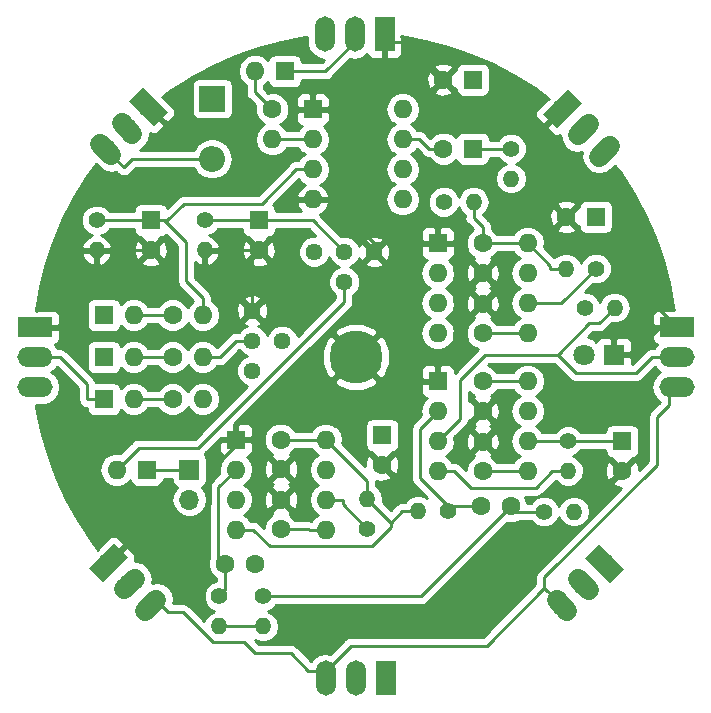
<source format=gbr>
G04 #@! TF.GenerationSoftware,KiCad,Pcbnew,5.0.2-bee76a0~70~ubuntu18.04.1*
G04 #@! TF.CreationDate,2019-07-09T11:50:03+02:00*
G04 #@! TF.ProjectId,neuromime_1.0.1,6e657572-6f6d-4696-9d65-5f312e302e31,rev?*
G04 #@! TF.SameCoordinates,Original*
G04 #@! TF.FileFunction,Copper,L2,Bot*
G04 #@! TF.FilePolarity,Positive*
%FSLAX46Y46*%
G04 Gerber Fmt 4.6, Leading zero omitted, Abs format (unit mm)*
G04 Created by KiCad (PCBNEW 5.0.2-bee76a0~70~ubuntu18.04.1) date Tue 09 Jul 2019 11:50:03 AM CEST*
%MOMM*%
%LPD*%
G01*
G04 APERTURE LIST*
G04 #@! TA.AperFunction,ComponentPad*
%ADD10C,1.600000*%
G04 #@! TD*
G04 #@! TA.AperFunction,ComponentPad*
%ADD11O,1.600000X1.600000*%
G04 #@! TD*
G04 #@! TA.AperFunction,ComponentPad*
%ADD12R,1.600000X1.600000*%
G04 #@! TD*
G04 #@! TA.AperFunction,ComponentPad*
%ADD13O,1.700000X3.000000*%
G04 #@! TD*
G04 #@! TA.AperFunction,ComponentPad*
%ADD14R,1.700000X3.000000*%
G04 #@! TD*
G04 #@! TA.AperFunction,ComponentPad*
%ADD15C,1.700000*%
G04 #@! TD*
G04 #@! TA.AperFunction,Conductor*
%ADD16C,1.700000*%
G04 #@! TD*
G04 #@! TA.AperFunction,Conductor*
%ADD17C,0.150000*%
G04 #@! TD*
G04 #@! TA.AperFunction,ComponentPad*
%ADD18O,3.000000X1.700000*%
G04 #@! TD*
G04 #@! TA.AperFunction,ComponentPad*
%ADD19R,3.000000X1.700000*%
G04 #@! TD*
G04 #@! TA.AperFunction,ComponentPad*
%ADD20C,1.800000*%
G04 #@! TD*
G04 #@! TA.AperFunction,ComponentPad*
%ADD21R,1.800000X1.800000*%
G04 #@! TD*
G04 #@! TA.AperFunction,ComponentPad*
%ADD22O,1.700000X1.700000*%
G04 #@! TD*
G04 #@! TA.AperFunction,ComponentPad*
%ADD23R,1.700000X1.700000*%
G04 #@! TD*
G04 #@! TA.AperFunction,ComponentPad*
%ADD24C,1.440000*%
G04 #@! TD*
G04 #@! TA.AperFunction,ComponentPad*
%ADD25C,4.500000*%
G04 #@! TD*
G04 #@! TA.AperFunction,ComponentPad*
%ADD26R,2.200000X2.200000*%
G04 #@! TD*
G04 #@! TA.AperFunction,ComponentPad*
%ADD27O,2.200000X2.200000*%
G04 #@! TD*
G04 #@! TA.AperFunction,ComponentPad*
%ADD28C,1.400000*%
G04 #@! TD*
G04 #@! TA.AperFunction,ComponentPad*
%ADD29O,1.400000X1.400000*%
G04 #@! TD*
G04 #@! TA.AperFunction,Conductor*
%ADD30C,0.250000*%
G04 #@! TD*
G04 #@! TA.AperFunction,Conductor*
%ADD31C,0.254000*%
G04 #@! TD*
G04 APERTURE END LIST*
D10*
G04 #@! TO.P,R1,2*
G04 #@! TO.N,Net-(D1-Pad2)*
X134506000Y-46444000D03*
D11*
G04 #@! TO.P,R1,1*
G04 #@! TO.N,Net-(C5-Pad1)*
X137046000Y-46444000D03*
G04 #@! TD*
D10*
G04 #@! TO.P,R3,2*
G04 #@! TO.N,Net-(D3-Pad2)*
X134506000Y-53556000D03*
D11*
G04 #@! TO.P,R3,1*
G04 #@! TO.N,Net-(C5-Pad1)*
X137046000Y-53556000D03*
G04 #@! TD*
D10*
G04 #@! TO.P,R4,2*
G04 #@! TO.N,Net-(D4-Pad2)*
X142915000Y-29022000D03*
D11*
G04 #@! TO.P,R4,1*
G04 #@! TO.N,refractory*
X142915000Y-31562000D03*
G04 #@! TD*
D10*
G04 #@! TO.P,R2,2*
G04 #@! TO.N,Net-(D2-Pad2)*
X134506000Y-50000000D03*
D11*
G04 #@! TO.P,R2,1*
G04 #@! TO.N,Net-(C5-Pad1)*
X137046000Y-50000000D03*
G04 #@! TD*
D10*
G04 #@! TO.P,C8,2*
G04 #@! TO.N,GND*
X167820000Y-38125500D03*
D12*
G04 #@! TO.P,C8,1*
G04 #@! TO.N,Net-(C8-Pad1)*
X170320000Y-38125500D03*
G04 #@! TD*
D10*
G04 #@! TO.P,C1,2*
G04 #@! TO.N,GND*
X157406000Y-26505000D03*
D12*
G04 #@! TO.P,C1,1*
G04 #@! TO.N,VCC*
X159906000Y-26505000D03*
G04 #@! TD*
D10*
G04 #@! TO.P,C4,2*
G04 #@! TO.N,GND*
X141772000Y-40920000D03*
D12*
G04 #@! TO.P,C4,1*
G04 #@! TO.N,refractory*
X141772000Y-38420000D03*
G04 #@! TD*
D10*
G04 #@! TO.P,C5,2*
G04 #@! TO.N,GND*
X132628000Y-40920000D03*
D12*
G04 #@! TO.P,C5,1*
G04 #@! TO.N,Net-(C5-Pad1)*
X132628000Y-38420000D03*
G04 #@! TD*
D10*
G04 #@! TO.P,C6,2*
G04 #@! TO.N,Net-(C6-Pad2)*
X157406000Y-32347000D03*
D12*
G04 #@! TO.P,C6,1*
G04 #@! TO.N,Net-(C6-Pad1)*
X159906000Y-32347000D03*
G04 #@! TD*
D10*
G04 #@! TO.P,C14,2*
G04 #@! TO.N,GND*
X172542000Y-59612000D03*
D12*
G04 #@! TO.P,C14,1*
G04 #@! TO.N,Net-(C14-Pad1)*
X172542000Y-57112000D03*
G04 #@! TD*
D10*
G04 #@! TO.P,C17,2*
G04 #@! TO.N,GND*
X152222000Y-59104000D03*
D12*
G04 #@! TO.P,C17,1*
G04 #@! TO.N,Net-(C17-Pad1)*
X152222000Y-56604000D03*
G04 #@! TD*
D13*
G04 #@! TO.P,K1,3*
G04 #@! TO.N,VDD*
X147360000Y-22657000D03*
G04 #@! TO.P,K1,2*
G04 #@! TO.N,Net-(D4-Pad1)*
X149900000Y-22657000D03*
D14*
G04 #@! TO.P,K1,1*
G04 #@! TO.N,GND*
X152440000Y-22657000D03*
G04 #@! TD*
D15*
G04 #@! TO.P,K2,3*
G04 #@! TO.N,VDD*
X128830279Y-32408483D03*
D16*
G04 #@! TD*
G04 #@! TO.N,VDD*
G04 #@! TO.C,K2*
X128370660Y-31948864D02*
X129289898Y-32868102D01*
D15*
G04 #@! TO.P,K2,2*
G04 #@! TO.N,Net-(D1-Pad1)*
X130626330Y-30612432D03*
D16*
G04 #@! TD*
G04 #@! TO.N,Net-(D1-Pad1)*
G04 #@! TO.C,K2*
X130166711Y-30152813D02*
X131085949Y-31072051D01*
D15*
G04 #@! TO.P,K2,1*
G04 #@! TO.N,GND*
X132422381Y-28816381D03*
D17*
G04 #@! TD*
G04 #@! TO.N,GND*
G04 #@! TO.C,K2*
G36*
X130760680Y-28356762D02*
X131962762Y-27154680D01*
X134084082Y-29276000D01*
X132882000Y-30478082D01*
X130760680Y-28356762D01*
X130760680Y-28356762D01*
G37*
D15*
G04 #@! TO.P,K3,3*
G04 #@! TO.N,VDD*
X132622483Y-71006221D03*
D16*
G04 #@! TD*
G04 #@! TO.N,VDD*
G04 #@! TO.C,K3*
X132162864Y-71465840D02*
X133082102Y-70546602D01*
D15*
G04 #@! TO.P,K3,2*
G04 #@! TO.N,Net-(D2-Pad1)*
X130826432Y-69210170D03*
D16*
G04 #@! TD*
G04 #@! TO.N,Net-(D2-Pad1)*
G04 #@! TO.C,K3*
X130366813Y-69669789D02*
X131286051Y-68750551D01*
D15*
G04 #@! TO.P,K3,1*
G04 #@! TO.N,GND*
X129030381Y-67414119D03*
D17*
G04 #@! TD*
G04 #@! TO.N,GND*
G04 #@! TO.C,K3*
G36*
X128570762Y-69075820D02*
X127368680Y-67873738D01*
X129490000Y-65752418D01*
X130692082Y-66954500D01*
X128570762Y-69075820D01*
X128570762Y-69075820D01*
G37*
D18*
G04 #@! TO.P,K4,3*
G04 #@! TO.N,VDD*
X122807000Y-52540000D03*
G04 #@! TO.P,K4,2*
G04 #@! TO.N,Net-(D3-Pad1)*
X122807000Y-50000000D03*
D19*
G04 #@! TO.P,K4,1*
G04 #@! TO.N,GND*
X122807000Y-47460000D03*
G04 #@! TD*
D20*
G04 #@! TO.P,D6,2*
G04 #@! TO.N,Net-(D6-Pad2)*
X169304000Y-49809500D03*
D21*
G04 #@! TO.P,D6,1*
G04 #@! TO.N,GND*
X171844000Y-49809500D03*
G04 #@! TD*
D22*
G04 #@! TO.P,W3,2*
G04 #@! TO.N,Net-(P5-Pad2)*
X135903000Y-62065000D03*
D23*
G04 #@! TO.P,W3,1*
G04 #@! TO.N,Net-(D5-Pad1)*
X135903000Y-59525000D03*
G04 #@! TD*
D11*
G04 #@! TO.P,U4,8*
G04 #@! TO.N,VCC*
X147460000Y-56985000D03*
G04 #@! TO.P,U4,4*
X139840000Y-64605000D03*
G04 #@! TO.P,U4,7*
G04 #@! TO.N,Net-(C17-Pad1)*
X147460000Y-59525000D03*
G04 #@! TO.P,U4,3*
G04 #@! TO.N,Net-(P5-Pad2)*
X139840000Y-62065000D03*
G04 #@! TO.P,U4,6*
G04 #@! TO.N,Net-(C17-Pad1)*
X147460000Y-62065000D03*
G04 #@! TO.P,U4,2*
G04 #@! TO.N,Net-(C11-Pad1)*
X139840000Y-59525000D03*
G04 #@! TO.P,U4,5*
G04 #@! TO.N,Net-(C16-Pad1)*
X147460000Y-64605000D03*
D12*
G04 #@! TO.P,U4,1*
G04 #@! TO.N,GND*
X139840000Y-56985000D03*
G04 #@! TD*
D10*
G04 #@! TO.P,C11,2*
G04 #@! TO.N,Net-(C10-Pad2)*
X141451000Y-67526000D03*
G04 #@! TO.P,C11,1*
G04 #@! TO.N,Net-(C11-Pad1)*
X138951000Y-67526000D03*
G04 #@! TD*
G04 #@! TO.P,C12,2*
G04 #@! TO.N,GND*
X160732000Y-54532000D03*
G04 #@! TO.P,C12,1*
G04 #@! TO.N,VCC*
X160732000Y-52032000D03*
G04 #@! TD*
G04 #@! TO.P,C13,2*
G04 #@! TO.N,GND*
X160732000Y-42848000D03*
G04 #@! TO.P,C13,1*
G04 #@! TO.N,VCC*
X160732000Y-40348000D03*
G04 #@! TD*
G04 #@! TO.P,C15,2*
G04 #@! TO.N,GND*
X160732000Y-57152000D03*
G04 #@! TO.P,C15,1*
G04 #@! TO.N,Net-(C15-Pad1)*
X160732000Y-59652000D03*
G04 #@! TD*
G04 #@! TO.P,C16,2*
G04 #@! TO.N,GND*
X143650000Y-62065000D03*
G04 #@! TO.P,C16,1*
G04 #@! TO.N,Net-(C16-Pad1)*
X143650000Y-64565000D03*
G04 #@! TD*
D11*
G04 #@! TO.P,U1,8*
G04 #@! TO.N,VCC*
X153964000Y-29022000D03*
G04 #@! TO.P,U1,4*
G04 #@! TO.N,GND*
X146344000Y-36642000D03*
G04 #@! TO.P,U1,7*
G04 #@! TO.N,Net-(C6-Pad2)*
X153964000Y-31562000D03*
G04 #@! TO.P,U1,3*
G04 #@! TO.N,Net-(C5-Pad1)*
X146344000Y-34102000D03*
G04 #@! TO.P,U1,6*
G04 #@! TO.N,Net-(U1-Pad5)*
X153964000Y-34102000D03*
G04 #@! TO.P,U1,2*
G04 #@! TO.N,refractory*
X146344000Y-31562000D03*
G04 #@! TO.P,U1,5*
G04 #@! TO.N,Net-(U1-Pad5)*
X153964000Y-36642000D03*
D12*
G04 #@! TO.P,U1,1*
G04 #@! TO.N,GND*
X146344000Y-29022000D03*
G04 #@! TD*
D11*
G04 #@! TO.P,U2,8*
G04 #@! TO.N,VCC*
X164542000Y-40348000D03*
G04 #@! TO.P,U2,4*
X156922000Y-47968000D03*
G04 #@! TO.P,U2,7*
G04 #@! TO.N,Net-(C8-Pad1)*
X164542000Y-42888000D03*
G04 #@! TO.P,U2,3*
G04 #@! TO.N,Net-(C10-Pad2)*
X156922000Y-45428000D03*
G04 #@! TO.P,U2,6*
G04 #@! TO.N,Net-(C8-Pad1)*
X164542000Y-45428000D03*
G04 #@! TO.P,U2,2*
G04 #@! TO.N,Net-(C6-Pad1)*
X156922000Y-42888000D03*
G04 #@! TO.P,U2,5*
G04 #@! TO.N,Net-(C9-Pad1)*
X164542000Y-47968000D03*
D12*
G04 #@! TO.P,U2,1*
G04 #@! TO.N,GND*
X156922000Y-40348000D03*
G04 #@! TD*
D11*
G04 #@! TO.P,U3,8*
G04 #@! TO.N,VCC*
X164542000Y-52032000D03*
G04 #@! TO.P,U3,4*
X156922000Y-59652000D03*
G04 #@! TO.P,U3,7*
G04 #@! TO.N,Net-(C14-Pad1)*
X164542000Y-54572000D03*
G04 #@! TO.P,U3,3*
G04 #@! TO.N,Net-(P2-Pad2)*
X156922000Y-57112000D03*
G04 #@! TO.P,U3,6*
G04 #@! TO.N,Net-(C14-Pad1)*
X164542000Y-57112000D03*
G04 #@! TO.P,U3,2*
G04 #@! TO.N,Net-(C10-Pad1)*
X156922000Y-54572000D03*
G04 #@! TO.P,U3,5*
G04 #@! TO.N,Net-(C15-Pad1)*
X164542000Y-59652000D03*
D12*
G04 #@! TO.P,U3,1*
G04 #@! TO.N,GND*
X156922000Y-52032000D03*
G04 #@! TD*
D10*
G04 #@! TO.P,C7,2*
G04 #@! TO.N,GND*
X143650000Y-59485000D03*
G04 #@! TO.P,C7,1*
G04 #@! TO.N,VCC*
X143650000Y-56985000D03*
G04 #@! TD*
G04 #@! TO.P,C9,2*
G04 #@! TO.N,GND*
X160732000Y-45468000D03*
G04 #@! TO.P,C9,1*
G04 #@! TO.N,Net-(C9-Pad1)*
X160732000Y-47968000D03*
G04 #@! TD*
G04 #@! TO.P,C10,2*
G04 #@! TO.N,Net-(C10-Pad2)*
X163104000Y-62636500D03*
G04 #@! TO.P,C10,1*
G04 #@! TO.N,Net-(C10-Pad1)*
X160604000Y-62636500D03*
G04 #@! TD*
D15*
G04 #@! TO.P,P2,3*
G04 #@! TO.N,VDD*
X171069721Y-32558483D03*
D16*
G04 #@! TD*
G04 #@! TO.N,VDD*
G04 #@! TO.C,P2*
X170610102Y-33018102D02*
X171529340Y-32098864D01*
D15*
G04 #@! TO.P,P2,2*
G04 #@! TO.N,Net-(P2-Pad2)*
X169273670Y-30762432D03*
D16*
G04 #@! TD*
G04 #@! TO.N,Net-(P2-Pad2)*
G04 #@! TO.C,P2*
X168814051Y-31222051D02*
X169733289Y-30302813D01*
D15*
G04 #@! TO.P,P2,1*
G04 #@! TO.N,GND*
X167477619Y-28966381D03*
D17*
G04 #@! TD*
G04 #@! TO.N,GND*
G04 #@! TO.C,P2*
G36*
X167018000Y-30628082D02*
X165815918Y-29426000D01*
X167937238Y-27304680D01*
X169139320Y-28506762D01*
X167018000Y-30628082D01*
X167018000Y-30628082D01*
G37*
D19*
G04 #@! TO.P,P3,1*
G04 #@! TO.N,GND*
X177193000Y-47460000D03*
D18*
G04 #@! TO.P,P3,2*
G04 #@! TO.N,Net-(P2-Pad2)*
X177193000Y-50000000D03*
G04 #@! TO.P,P3,3*
G04 #@! TO.N,VDD*
X177193000Y-52539999D03*
G04 #@! TD*
D15*
G04 #@! TO.P,P4,3*
G04 #@! TO.N,VDD*
X167459517Y-71051621D03*
D16*
G04 #@! TD*
G04 #@! TO.N,VDD*
G04 #@! TO.C,P4*
X166999898Y-70592002D02*
X167919136Y-71511240D01*
D15*
G04 #@! TO.P,P4,2*
G04 #@! TO.N,Net-(P2-Pad2)*
X169255568Y-69255570D03*
D16*
G04 #@! TD*
G04 #@! TO.N,Net-(P2-Pad2)*
G04 #@! TO.C,P4*
X168795949Y-68795951D02*
X169715187Y-69715189D01*
D15*
G04 #@! TO.P,P4,1*
G04 #@! TO.N,GND*
X171051619Y-67459519D03*
D17*
G04 #@! TD*
G04 #@! TO.N,GND*
G04 #@! TO.C,P4*
G36*
X169389918Y-66999900D02*
X170592000Y-65797818D01*
X172713320Y-67919138D01*
X171511238Y-69121220D01*
X169389918Y-66999900D01*
X169389918Y-66999900D01*
G37*
D14*
G04 #@! TO.P,P5,1*
G04 #@! TO.N,GND*
X152540000Y-77193000D03*
D13*
G04 #@! TO.P,P5,2*
G04 #@! TO.N,Net-(P5-Pad2)*
X150000000Y-77193000D03*
G04 #@! TO.P,P5,3*
G04 #@! TO.N,VDD*
X147460001Y-77193000D03*
G04 #@! TD*
D24*
G04 #@! TO.P,RV1,2*
G04 #@! TO.N,refractory*
X149011000Y-41087000D03*
G04 #@! TO.P,RV1,1*
G04 #@! TO.N,GND*
X151551000Y-41087000D03*
G04 #@! TO.P,RV1,2*
G04 #@! TO.N,refractory*
X149011000Y-43627000D03*
G04 #@! TO.P,RV1,3*
G04 #@! TO.N,VCC*
X146471000Y-41087000D03*
G04 #@! TD*
G04 #@! TO.P,RV2,3*
G04 #@! TO.N,VCC*
X141237000Y-51143000D03*
G04 #@! TO.P,RV2,2*
G04 #@! TO.N,Net-(C5-Pad1)*
X143777000Y-48603000D03*
G04 #@! TO.P,RV2,1*
G04 #@! TO.N,GND*
X141237000Y-46063000D03*
G04 #@! TO.P,RV2,2*
G04 #@! TO.N,Net-(C5-Pad1)*
X141237000Y-48603000D03*
G04 #@! TD*
D25*
G04 #@! TO.P,P1,1*
G04 #@! TO.N,GND*
X150000000Y-50000000D03*
G04 #@! TD*
D11*
G04 #@! TO.P,D1,2*
G04 #@! TO.N,Net-(D1-Pad2)*
X131204000Y-46444000D03*
D12*
G04 #@! TO.P,D1,1*
G04 #@! TO.N,Net-(D1-Pad1)*
X128664000Y-46444000D03*
G04 #@! TD*
D11*
G04 #@! TO.P,D2,2*
G04 #@! TO.N,Net-(D2-Pad2)*
X131204000Y-50000000D03*
D12*
G04 #@! TO.P,D2,1*
G04 #@! TO.N,Net-(D2-Pad1)*
X128664000Y-50000000D03*
G04 #@! TD*
G04 #@! TO.P,D3,1*
G04 #@! TO.N,Net-(D3-Pad1)*
X128664000Y-53556000D03*
D11*
G04 #@! TO.P,D3,2*
G04 #@! TO.N,Net-(D3-Pad2)*
X131204000Y-53556000D03*
G04 #@! TD*
D12*
G04 #@! TO.P,D4,1*
G04 #@! TO.N,Net-(D4-Pad1)*
X143994000Y-25783500D03*
D11*
G04 #@! TO.P,D4,2*
G04 #@! TO.N,Net-(D4-Pad2)*
X141454000Y-25783500D03*
G04 #@! TD*
D12*
G04 #@! TO.P,D5,1*
G04 #@! TO.N,Net-(D5-Pad1)*
X132284000Y-59525000D03*
D11*
G04 #@! TO.P,D5,2*
G04 #@! TO.N,refractory*
X129744000Y-59525000D03*
G04 #@! TD*
D26*
G04 #@! TO.P,D7,1*
G04 #@! TO.N,VCC*
X137835000Y-28133000D03*
D27*
G04 #@! TO.P,D7,2*
G04 #@! TO.N,VDD*
X137835000Y-33213000D03*
G04 #@! TD*
D28*
G04 #@! TO.P,R5,1*
G04 #@! TO.N,refractory*
X137200000Y-38420000D03*
D29*
G04 #@! TO.P,R5,2*
G04 #@! TO.N,GND*
X137200000Y-40960000D03*
G04 #@! TD*
D28*
G04 #@! TO.P,R6,1*
G04 #@! TO.N,Net-(C5-Pad1)*
X128056000Y-38420000D03*
D29*
G04 #@! TO.P,R6,2*
G04 #@! TO.N,GND*
X128056000Y-40960000D03*
G04 #@! TD*
G04 #@! TO.P,R7,2*
G04 #@! TO.N,VCC*
X159970000Y-36855500D03*
D28*
G04 #@! TO.P,R7,1*
G04 #@! TO.N,Net-(C6-Pad2)*
X157430000Y-36855500D03*
G04 #@! TD*
G04 #@! TO.P,R8,1*
G04 #@! TO.N,Net-(C6-Pad1)*
X163144000Y-32347000D03*
D29*
G04 #@! TO.P,R8,2*
G04 #@! TO.N,VCC*
X163144000Y-34887000D03*
G04 #@! TD*
G04 #@! TO.P,R9,2*
G04 #@! TO.N,VCC*
X167780000Y-42507000D03*
D28*
G04 #@! TO.P,R9,1*
G04 #@! TO.N,Net-(C8-Pad1)*
X170320000Y-42507000D03*
G04 #@! TD*
G04 #@! TO.P,R10,1*
G04 #@! TO.N,Net-(C10-Pad2)*
X165938000Y-63081000D03*
D29*
G04 #@! TO.P,R10,2*
G04 #@! TO.N,VCC*
X168478000Y-63081000D03*
G04 #@! TD*
D28*
G04 #@! TO.P,R11,1*
G04 #@! TO.N,Net-(C10-Pad2)*
X142126000Y-70256500D03*
D29*
G04 #@! TO.P,R11,2*
G04 #@! TO.N,VCC*
X142126000Y-72796500D03*
G04 #@! TD*
G04 #@! TO.P,R12,2*
G04 #@! TO.N,VCC*
X155270000Y-63017500D03*
D28*
G04 #@! TO.P,R12,1*
G04 #@! TO.N,Net-(C10-Pad1)*
X157810000Y-63017500D03*
G04 #@! TD*
D29*
G04 #@! TO.P,R13,2*
G04 #@! TO.N,VCC*
X138443000Y-72796500D03*
D28*
G04 #@! TO.P,R13,1*
G04 #@! TO.N,Net-(C11-Pad1)*
X138443000Y-70256500D03*
G04 #@! TD*
D29*
G04 #@! TO.P,R14,2*
G04 #@! TO.N,VCC*
X167970000Y-59652000D03*
D28*
G04 #@! TO.P,R14,1*
G04 #@! TO.N,Net-(C14-Pad1)*
X167970000Y-57112000D03*
G04 #@! TD*
D29*
G04 #@! TO.P,R15,2*
G04 #@! TO.N,Net-(P2-Pad2)*
X171908000Y-45809000D03*
D28*
G04 #@! TO.P,R15,1*
G04 #@! TO.N,Net-(D6-Pad2)*
X169368000Y-45809000D03*
G04 #@! TD*
G04 #@! TO.P,R16,1*
G04 #@! TO.N,Net-(C17-Pad1)*
X150952000Y-64541500D03*
D29*
G04 #@! TO.P,R16,2*
G04 #@! TO.N,VCC*
X150952000Y-62001500D03*
G04 #@! TD*
D30*
G04 #@! TO.N,GND*
X129490000Y-66954500D02*
X130533100Y-65911400D01*
X140367500Y-56985000D02*
X140281600Y-56985000D01*
X140281600Y-56985000D02*
X137618800Y-59647800D01*
X137618800Y-59647800D02*
X137618800Y-62449600D01*
X137618800Y-62449600D02*
X134156900Y-65911500D01*
X134156900Y-65911500D02*
X130533100Y-65911500D01*
X130533100Y-65911500D02*
X130533100Y-65911400D01*
X140367500Y-56985000D02*
X141265100Y-56985000D01*
X139840000Y-56985000D02*
X140367500Y-56985000D01*
X143650000Y-59485000D02*
X141265100Y-57100100D01*
X141265100Y-57100100D02*
X141265100Y-56985000D01*
X176416900Y-46722400D02*
X176543000Y-46722400D01*
X167820000Y-38125500D02*
X176416900Y-46722400D01*
X176416900Y-46722400D02*
X176416900Y-46761700D01*
X176416900Y-46761700D02*
X173369100Y-49809500D01*
X171844000Y-49809500D02*
X173369100Y-49809500D01*
X176543000Y-47460000D02*
X176543000Y-46722400D01*
X141237000Y-40960000D02*
X141732000Y-40960000D01*
X141732000Y-40960000D02*
X141772000Y-40920000D01*
X137200000Y-40960000D02*
X141237000Y-40960000D01*
X141237000Y-40960000D02*
X141237000Y-46063000D01*
X151551000Y-40348000D02*
X147845000Y-36642000D01*
X147845000Y-36642000D02*
X147769100Y-36642000D01*
X151551000Y-41087000D02*
X151551000Y-40348000D01*
X151551000Y-40348000D02*
X155496900Y-40348000D01*
X156922000Y-40348000D02*
X155496900Y-40348000D01*
X156922000Y-52032000D02*
X156922000Y-50606900D01*
X160732000Y-45468000D02*
X158347100Y-47852900D01*
X158347100Y-47852900D02*
X158347100Y-49181800D01*
X158347100Y-49181800D02*
X156922000Y-50606900D01*
X128056000Y-40960000D02*
X132588000Y-40960000D01*
X132588000Y-40960000D02*
X132628000Y-40920000D01*
X152440000Y-23307000D02*
X153915100Y-23307000D01*
X153915100Y-23307000D02*
X157113100Y-26505000D01*
X157113100Y-26505000D02*
X157406000Y-26505000D01*
X146344000Y-36642000D02*
X147769100Y-36642000D01*
X156922000Y-40348000D02*
X158347100Y-40348000D01*
X160732000Y-42848000D02*
X158347100Y-40463100D01*
X158347100Y-40463100D02*
X158347100Y-40348000D01*
X150000000Y-50000000D02*
X152413000Y-52413000D01*
X152032000Y-52032000D02*
X150000000Y-50000000D01*
X156922000Y-52032000D02*
X152032000Y-52032000D01*
G04 #@! TO.N,VCC*
X156922000Y-59652000D02*
X158347100Y-59652000D01*
X167970000Y-59652000D02*
X166644900Y-59652000D01*
X166644900Y-59652000D02*
X165219800Y-61077100D01*
X165219800Y-61077100D02*
X159772200Y-61077100D01*
X159772200Y-61077100D02*
X158347100Y-59652000D01*
X140800900Y-72796500D02*
X138443000Y-72796500D01*
X159970000Y-36855500D02*
X159970000Y-38180600D01*
X159970000Y-38180600D02*
X160732000Y-38942600D01*
X160732000Y-38942600D02*
X160732000Y-40348000D01*
X164542000Y-40348000D02*
X160732000Y-40348000D01*
X166454900Y-42507000D02*
X166454900Y-42260900D01*
X166454900Y-42260900D02*
X164542000Y-40348000D01*
X150952000Y-62001500D02*
X150952000Y-60477000D01*
X150952000Y-60477000D02*
X147460000Y-56985000D01*
X152956500Y-64005900D02*
X150952000Y-62001500D01*
X141265100Y-64605000D02*
X142690300Y-66030200D01*
X142690300Y-66030200D02*
X151346300Y-66030200D01*
X151346300Y-66030200D02*
X152956500Y-64420000D01*
X152956500Y-64420000D02*
X152956500Y-64006000D01*
X152956500Y-64006000D02*
X152956500Y-64005900D01*
X152956500Y-64005900D02*
X153944900Y-63017500D01*
X167780000Y-42507000D02*
X166454900Y-42507000D01*
X155270000Y-63017500D02*
X153944900Y-63017500D01*
X139840000Y-64605000D02*
X141265100Y-64605000D01*
X142126000Y-72796500D02*
X140800900Y-72796500D01*
X160732000Y-52032000D02*
X164542000Y-52032000D01*
X143650000Y-56985000D02*
X147460000Y-56985000D01*
G04 #@! TO.N,refractory*
X149011000Y-43627000D02*
X149011000Y-45303800D01*
X149011000Y-45303800D02*
X136659500Y-57655300D01*
X136659500Y-57655300D02*
X131613700Y-57655300D01*
X131613700Y-57655300D02*
X129744000Y-59525000D01*
X146344000Y-31562000D02*
X142915000Y-31562000D01*
X149011000Y-41087000D02*
X146344000Y-38420000D01*
X146344000Y-38420000D02*
X141772000Y-38420000D01*
X137200000Y-38420000D02*
X141772000Y-38420000D01*
G04 #@! TO.N,Net-(C5-Pad1)*
X137046000Y-50000000D02*
X138471100Y-50000000D01*
X138471100Y-50000000D02*
X139868100Y-48603000D01*
X139868100Y-48603000D02*
X141237000Y-48603000D01*
X137046000Y-46444000D02*
X137046000Y-45018900D01*
X133771600Y-38420000D02*
X135620900Y-40269300D01*
X135620900Y-40269300D02*
X135620900Y-43593800D01*
X135620900Y-43593800D02*
X137046000Y-45018900D01*
X133771600Y-38420000D02*
X134053100Y-38420000D01*
X132628000Y-38420000D02*
X133771600Y-38420000D01*
X128056000Y-38420000D02*
X131202900Y-38420000D01*
X132628000Y-38420000D02*
X131202900Y-38420000D01*
X146344000Y-34102000D02*
X144918900Y-34102000D01*
X144918900Y-34102000D02*
X142026000Y-36994900D01*
X142026000Y-36994900D02*
X135478200Y-36994900D01*
X135478200Y-36994900D02*
X134053100Y-38420000D01*
G04 #@! TO.N,Net-(C6-Pad1)*
X163144000Y-32347000D02*
X159906000Y-32347000D01*
G04 #@! TO.N,Net-(C6-Pad2)*
X153964000Y-31562000D02*
X155389100Y-31562000D01*
X157406000Y-32347000D02*
X156174100Y-32347000D01*
X156174100Y-32347000D02*
X155389100Y-31562000D01*
G04 #@! TO.N,Net-(C8-Pad1)*
X164542000Y-45428000D02*
X167399000Y-45428000D01*
X167399000Y-45428000D02*
X170320000Y-42507000D01*
G04 #@! TO.N,Net-(C9-Pad1)*
X160732000Y-47968000D02*
X164542000Y-47968000D01*
G04 #@! TO.N,Net-(C10-Pad2)*
X165938000Y-63081000D02*
X163548500Y-63081000D01*
X163548500Y-63081000D02*
X163104000Y-62636500D01*
X142126000Y-70256500D02*
X155484000Y-70256500D01*
X155484000Y-70256500D02*
X163104000Y-62636500D01*
G04 #@! TO.N,Net-(C10-Pad1)*
X157810000Y-62636500D02*
X155432000Y-60258500D01*
X155432000Y-60258500D02*
X155432000Y-56062000D01*
X155432000Y-56062000D02*
X156922000Y-54572000D01*
X157810000Y-63017500D02*
X157810000Y-62636500D01*
X157810000Y-62636500D02*
X160604000Y-62636500D01*
G04 #@! TO.N,Net-(C11-Pad1)*
X138443000Y-70256500D02*
X138951000Y-69748500D01*
X138951000Y-69748500D02*
X138951000Y-67526000D01*
X138951000Y-67526000D02*
X138369000Y-66944000D01*
X138369000Y-66944000D02*
X138369000Y-60996000D01*
X138369000Y-60996000D02*
X139840000Y-59525000D01*
G04 #@! TO.N,Net-(C15-Pad1)*
X160732000Y-59652000D02*
X164542000Y-59652000D01*
G04 #@! TO.N,Net-(C16-Pad1)*
X147460000Y-64605000D02*
X146034900Y-64605000D01*
X143650000Y-64565000D02*
X145994900Y-64565000D01*
X145994900Y-64565000D02*
X146034900Y-64605000D01*
G04 #@! TO.N,Net-(C17-Pad1)*
X147460000Y-62065000D02*
X148885100Y-62065000D01*
X150952000Y-64541500D02*
X148885100Y-62474600D01*
X148885100Y-62474600D02*
X148885100Y-62065000D01*
G04 #@! TO.N,Net-(D1-Pad2)*
X131204000Y-46444000D02*
X134506000Y-46444000D01*
G04 #@! TO.N,Net-(D2-Pad2)*
X131204000Y-50000000D02*
X134506000Y-50000000D01*
G04 #@! TO.N,Net-(D3-Pad2)*
X131204000Y-53556000D02*
X134506000Y-53556000D01*
G04 #@! TO.N,Net-(D3-Pad1)*
X128664000Y-53556000D02*
X127238900Y-53556000D01*
X123457000Y-50000000D02*
X124932100Y-50000000D01*
X127238900Y-53556000D02*
X127238900Y-52306800D01*
X127238900Y-52306800D02*
X124932100Y-50000000D01*
G04 #@! TO.N,Net-(D4-Pad1)*
X143994000Y-25783500D02*
X147423500Y-25783500D01*
X147423500Y-25783500D02*
X149900000Y-23307000D01*
G04 #@! TO.N,Net-(D4-Pad2)*
X141454000Y-25783500D02*
X141454000Y-27561000D01*
X141454000Y-27561000D02*
X142915000Y-29022000D01*
G04 #@! TO.N,Net-(D5-Pad1)*
X132284000Y-59525000D02*
X135903000Y-59525000D01*
G04 #@! TO.N,Net-(P2-Pad2)*
X167073500Y-49784100D02*
X160958200Y-49784100D01*
X160958200Y-49784100D02*
X158827000Y-51915300D01*
X158827000Y-51915300D02*
X158827000Y-55207000D01*
X158827000Y-55207000D02*
X156922000Y-57112000D01*
X171908000Y-45809000D02*
X170582800Y-47134200D01*
X170582800Y-47134200D02*
X169723400Y-47134200D01*
X169723400Y-47134200D02*
X167073500Y-49784100D01*
X167073500Y-49784100D02*
X168624000Y-51334600D01*
X168624000Y-51334600D02*
X173733300Y-51334600D01*
X173733300Y-51334600D02*
X175067900Y-50000000D01*
X176543000Y-50000000D02*
X175067900Y-50000000D01*
G04 #@! TO.N,Net-(C14-Pad1)*
X167970000Y-57112000D02*
X172542000Y-57112000D01*
X164542000Y-57112000D02*
X167970000Y-57112000D01*
G04 #@! TO.N,VDD*
X176543000Y-52540000D02*
X176543000Y-54015100D01*
X165957000Y-69549100D02*
X165957000Y-68640600D01*
X165957000Y-68640600D02*
X175499900Y-59097700D01*
X175499900Y-59097700D02*
X175499900Y-55058200D01*
X175499900Y-55058200D02*
X176543000Y-54015100D01*
X166089600Y-69681700D02*
X165957000Y-69549100D01*
X165957000Y-69549100D02*
X161081900Y-74424200D01*
X161081900Y-74424200D02*
X149578800Y-74424200D01*
X149578800Y-74424200D02*
X147460000Y-76543000D01*
X166999900Y-70592000D02*
X166089600Y-69681700D01*
X134125200Y-71589600D02*
X135362100Y-71589600D01*
X135362100Y-71589600D02*
X137894100Y-74121600D01*
X137894100Y-74121600D02*
X140544300Y-74121600D01*
X140544300Y-74121600D02*
X141490600Y-75067900D01*
X141490600Y-75067900D02*
X144509800Y-75067900D01*
X144509800Y-75067900D02*
X145984900Y-76543000D01*
X133082100Y-70546600D02*
X134125200Y-71589600D01*
X147460000Y-76543000D02*
X145984900Y-76543000D01*
X129289900Y-32868100D02*
X130333000Y-33911100D01*
X137835000Y-33213000D02*
X131031100Y-33213000D01*
X131031100Y-33213000D02*
X130333000Y-33911100D01*
G04 #@! TD*
D31*
G04 #@! TO.N,GND*
G36*
X168033671Y-51819073D02*
X168076071Y-51882529D01*
X168327463Y-52050504D01*
X168549148Y-52094600D01*
X168549152Y-52094600D01*
X168623999Y-52109488D01*
X168698846Y-52094600D01*
X173658453Y-52094600D01*
X173733300Y-52109488D01*
X173808147Y-52094600D01*
X173808152Y-52094600D01*
X174029837Y-52050504D01*
X174281229Y-51882529D01*
X174323631Y-51819070D01*
X175312038Y-50830664D01*
X175472375Y-51070625D01*
X175770760Y-51270000D01*
X175472375Y-51469374D01*
X175144161Y-51960581D01*
X175028908Y-52539999D01*
X175144161Y-53119417D01*
X175472375Y-53610624D01*
X175712337Y-53770961D01*
X175015428Y-54467871D01*
X174951972Y-54510271D01*
X174909572Y-54573727D01*
X174909571Y-54573728D01*
X174783997Y-54761663D01*
X174725012Y-55058200D01*
X174739901Y-55133052D01*
X174739900Y-58782898D01*
X173975543Y-59547255D01*
X173961778Y-59258546D01*
X173795864Y-58857995D01*
X173549745Y-58783861D01*
X172721605Y-59612000D01*
X172735748Y-59626142D01*
X172556142Y-59805748D01*
X172542000Y-59791605D01*
X171713861Y-60619745D01*
X171787995Y-60865864D01*
X172325223Y-61058965D01*
X172470773Y-61052026D01*
X165472528Y-68050271D01*
X165409072Y-68092671D01*
X165366672Y-68156127D01*
X165366671Y-68156128D01*
X165241097Y-68344063D01*
X165182112Y-68640600D01*
X165197001Y-68715451D01*
X165197000Y-69234298D01*
X160767099Y-73664200D01*
X149653648Y-73664200D01*
X149578800Y-73649312D01*
X149503952Y-73664200D01*
X149503948Y-73664200D01*
X149330405Y-73698720D01*
X149282262Y-73708296D01*
X149107511Y-73825062D01*
X149030871Y-73876271D01*
X148988471Y-73939727D01*
X147826408Y-75101791D01*
X147460001Y-75028908D01*
X146880584Y-75144161D01*
X146389377Y-75472375D01*
X146229039Y-75712337D01*
X145100131Y-74583430D01*
X145057729Y-74519971D01*
X144806337Y-74351996D01*
X144584652Y-74307900D01*
X144584647Y-74307900D01*
X144509800Y-74293012D01*
X144434953Y-74307900D01*
X141805402Y-74307900D01*
X141443681Y-73946179D01*
X141605109Y-74054042D01*
X141994515Y-74131500D01*
X142257485Y-74131500D01*
X142646891Y-74054042D01*
X143088481Y-73758981D01*
X143383542Y-73317391D01*
X143487154Y-72796500D01*
X143383542Y-72275609D01*
X143088481Y-71834019D01*
X142646891Y-71538958D01*
X142560082Y-71521691D01*
X142882217Y-71388258D01*
X143253975Y-71016500D01*
X155409153Y-71016500D01*
X155484000Y-71031388D01*
X155558847Y-71016500D01*
X155558852Y-71016500D01*
X155780537Y-70972404D01*
X156031929Y-70804429D01*
X156074331Y-70740970D01*
X162765699Y-64049604D01*
X162818561Y-64071500D01*
X163389439Y-64071500D01*
X163916862Y-63853034D01*
X163928896Y-63841000D01*
X164810025Y-63841000D01*
X165181783Y-64212758D01*
X165672452Y-64416000D01*
X166203548Y-64416000D01*
X166694217Y-64212758D01*
X167069758Y-63837217D01*
X167203191Y-63515082D01*
X167220458Y-63601891D01*
X167515519Y-64043481D01*
X167957109Y-64338542D01*
X168346515Y-64416000D01*
X168609485Y-64416000D01*
X168998891Y-64338542D01*
X169440481Y-64043481D01*
X169735542Y-63601891D01*
X169839154Y-63081000D01*
X169735542Y-62560109D01*
X169440481Y-62118519D01*
X168998891Y-61823458D01*
X168609485Y-61746000D01*
X168346515Y-61746000D01*
X167957109Y-61823458D01*
X167515519Y-62118519D01*
X167220458Y-62560109D01*
X167203191Y-62646918D01*
X167069758Y-62324783D01*
X166694217Y-61949242D01*
X166203548Y-61746000D01*
X165672452Y-61746000D01*
X165181783Y-61949242D01*
X164810025Y-62321000D01*
X164526548Y-62321000D01*
X164326110Y-61837100D01*
X165144953Y-61837100D01*
X165219800Y-61851988D01*
X165294647Y-61837100D01*
X165294652Y-61837100D01*
X165516337Y-61793004D01*
X165767729Y-61625029D01*
X165810131Y-61561570D01*
X166907264Y-60464438D01*
X167007519Y-60614481D01*
X167449109Y-60909542D01*
X167838515Y-60987000D01*
X168101485Y-60987000D01*
X168490891Y-60909542D01*
X168932481Y-60614481D01*
X169227542Y-60172891D01*
X169331154Y-59652000D01*
X169280078Y-59395223D01*
X171095035Y-59395223D01*
X171122222Y-59965454D01*
X171288136Y-60366005D01*
X171534255Y-60440139D01*
X172362395Y-59612000D01*
X171534255Y-58783861D01*
X171288136Y-58857995D01*
X171095035Y-59395223D01*
X169280078Y-59395223D01*
X169227542Y-59131109D01*
X168932481Y-58689519D01*
X168490891Y-58394458D01*
X168404082Y-58377191D01*
X168726217Y-58243758D01*
X169097975Y-57872000D01*
X171094560Y-57872000D01*
X171094560Y-57912000D01*
X171143843Y-58159765D01*
X171284191Y-58369809D01*
X171494235Y-58510157D01*
X171728187Y-58556693D01*
X171713861Y-58604255D01*
X172542000Y-59432395D01*
X173370139Y-58604255D01*
X173355813Y-58556693D01*
X173589765Y-58510157D01*
X173799809Y-58369809D01*
X173940157Y-58159765D01*
X173989440Y-57912000D01*
X173989440Y-56312000D01*
X173940157Y-56064235D01*
X173799809Y-55854191D01*
X173589765Y-55713843D01*
X173342000Y-55664560D01*
X171742000Y-55664560D01*
X171494235Y-55713843D01*
X171284191Y-55854191D01*
X171143843Y-56064235D01*
X171094560Y-56312000D01*
X171094560Y-56352000D01*
X169097975Y-56352000D01*
X168726217Y-55980242D01*
X168235548Y-55777000D01*
X167704452Y-55777000D01*
X167213783Y-55980242D01*
X166842025Y-56352000D01*
X165760043Y-56352000D01*
X165576577Y-56077423D01*
X165224242Y-55842000D01*
X165576577Y-55606577D01*
X165893740Y-55131909D01*
X166005113Y-54572000D01*
X165893740Y-54012091D01*
X165576577Y-53537423D01*
X165224242Y-53302000D01*
X165576577Y-53066577D01*
X165893740Y-52591909D01*
X166005113Y-52032000D01*
X165893740Y-51472091D01*
X165576577Y-50997423D01*
X165101909Y-50680260D01*
X164683333Y-50597000D01*
X164400667Y-50597000D01*
X163982091Y-50680260D01*
X163507423Y-50997423D01*
X163323957Y-51272000D01*
X161970430Y-51272000D01*
X161948534Y-51219138D01*
X161544862Y-50815466D01*
X161160743Y-50656359D01*
X161273002Y-50544100D01*
X166758699Y-50544100D01*
X168033671Y-51819073D01*
X168033671Y-51819073D01*
G37*
X168033671Y-51819073D02*
X168076071Y-51882529D01*
X168327463Y-52050504D01*
X168549148Y-52094600D01*
X168549152Y-52094600D01*
X168623999Y-52109488D01*
X168698846Y-52094600D01*
X173658453Y-52094600D01*
X173733300Y-52109488D01*
X173808147Y-52094600D01*
X173808152Y-52094600D01*
X174029837Y-52050504D01*
X174281229Y-51882529D01*
X174323631Y-51819070D01*
X175312038Y-50830664D01*
X175472375Y-51070625D01*
X175770760Y-51270000D01*
X175472375Y-51469374D01*
X175144161Y-51960581D01*
X175028908Y-52539999D01*
X175144161Y-53119417D01*
X175472375Y-53610624D01*
X175712337Y-53770961D01*
X175015428Y-54467871D01*
X174951972Y-54510271D01*
X174909572Y-54573727D01*
X174909571Y-54573728D01*
X174783997Y-54761663D01*
X174725012Y-55058200D01*
X174739901Y-55133052D01*
X174739900Y-58782898D01*
X173975543Y-59547255D01*
X173961778Y-59258546D01*
X173795864Y-58857995D01*
X173549745Y-58783861D01*
X172721605Y-59612000D01*
X172735748Y-59626142D01*
X172556142Y-59805748D01*
X172542000Y-59791605D01*
X171713861Y-60619745D01*
X171787995Y-60865864D01*
X172325223Y-61058965D01*
X172470773Y-61052026D01*
X165472528Y-68050271D01*
X165409072Y-68092671D01*
X165366672Y-68156127D01*
X165366671Y-68156128D01*
X165241097Y-68344063D01*
X165182112Y-68640600D01*
X165197001Y-68715451D01*
X165197000Y-69234298D01*
X160767099Y-73664200D01*
X149653648Y-73664200D01*
X149578800Y-73649312D01*
X149503952Y-73664200D01*
X149503948Y-73664200D01*
X149330405Y-73698720D01*
X149282262Y-73708296D01*
X149107511Y-73825062D01*
X149030871Y-73876271D01*
X148988471Y-73939727D01*
X147826408Y-75101791D01*
X147460001Y-75028908D01*
X146880584Y-75144161D01*
X146389377Y-75472375D01*
X146229039Y-75712337D01*
X145100131Y-74583430D01*
X145057729Y-74519971D01*
X144806337Y-74351996D01*
X144584652Y-74307900D01*
X144584647Y-74307900D01*
X144509800Y-74293012D01*
X144434953Y-74307900D01*
X141805402Y-74307900D01*
X141443681Y-73946179D01*
X141605109Y-74054042D01*
X141994515Y-74131500D01*
X142257485Y-74131500D01*
X142646891Y-74054042D01*
X143088481Y-73758981D01*
X143383542Y-73317391D01*
X143487154Y-72796500D01*
X143383542Y-72275609D01*
X143088481Y-71834019D01*
X142646891Y-71538958D01*
X142560082Y-71521691D01*
X142882217Y-71388258D01*
X143253975Y-71016500D01*
X155409153Y-71016500D01*
X155484000Y-71031388D01*
X155558847Y-71016500D01*
X155558852Y-71016500D01*
X155780537Y-70972404D01*
X156031929Y-70804429D01*
X156074331Y-70740970D01*
X162765699Y-64049604D01*
X162818561Y-64071500D01*
X163389439Y-64071500D01*
X163916862Y-63853034D01*
X163928896Y-63841000D01*
X164810025Y-63841000D01*
X165181783Y-64212758D01*
X165672452Y-64416000D01*
X166203548Y-64416000D01*
X166694217Y-64212758D01*
X167069758Y-63837217D01*
X167203191Y-63515082D01*
X167220458Y-63601891D01*
X167515519Y-64043481D01*
X167957109Y-64338542D01*
X168346515Y-64416000D01*
X168609485Y-64416000D01*
X168998891Y-64338542D01*
X169440481Y-64043481D01*
X169735542Y-63601891D01*
X169839154Y-63081000D01*
X169735542Y-62560109D01*
X169440481Y-62118519D01*
X168998891Y-61823458D01*
X168609485Y-61746000D01*
X168346515Y-61746000D01*
X167957109Y-61823458D01*
X167515519Y-62118519D01*
X167220458Y-62560109D01*
X167203191Y-62646918D01*
X167069758Y-62324783D01*
X166694217Y-61949242D01*
X166203548Y-61746000D01*
X165672452Y-61746000D01*
X165181783Y-61949242D01*
X164810025Y-62321000D01*
X164526548Y-62321000D01*
X164326110Y-61837100D01*
X165144953Y-61837100D01*
X165219800Y-61851988D01*
X165294647Y-61837100D01*
X165294652Y-61837100D01*
X165516337Y-61793004D01*
X165767729Y-61625029D01*
X165810131Y-61561570D01*
X166907264Y-60464438D01*
X167007519Y-60614481D01*
X167449109Y-60909542D01*
X167838515Y-60987000D01*
X168101485Y-60987000D01*
X168490891Y-60909542D01*
X168932481Y-60614481D01*
X169227542Y-60172891D01*
X169331154Y-59652000D01*
X169280078Y-59395223D01*
X171095035Y-59395223D01*
X171122222Y-59965454D01*
X171288136Y-60366005D01*
X171534255Y-60440139D01*
X172362395Y-59612000D01*
X171534255Y-58783861D01*
X171288136Y-58857995D01*
X171095035Y-59395223D01*
X169280078Y-59395223D01*
X169227542Y-59131109D01*
X168932481Y-58689519D01*
X168490891Y-58394458D01*
X168404082Y-58377191D01*
X168726217Y-58243758D01*
X169097975Y-57872000D01*
X171094560Y-57872000D01*
X171094560Y-57912000D01*
X171143843Y-58159765D01*
X171284191Y-58369809D01*
X171494235Y-58510157D01*
X171728187Y-58556693D01*
X171713861Y-58604255D01*
X172542000Y-59432395D01*
X173370139Y-58604255D01*
X173355813Y-58556693D01*
X173589765Y-58510157D01*
X173799809Y-58369809D01*
X173940157Y-58159765D01*
X173989440Y-57912000D01*
X173989440Y-56312000D01*
X173940157Y-56064235D01*
X173799809Y-55854191D01*
X173589765Y-55713843D01*
X173342000Y-55664560D01*
X171742000Y-55664560D01*
X171494235Y-55713843D01*
X171284191Y-55854191D01*
X171143843Y-56064235D01*
X171094560Y-56312000D01*
X171094560Y-56352000D01*
X169097975Y-56352000D01*
X168726217Y-55980242D01*
X168235548Y-55777000D01*
X167704452Y-55777000D01*
X167213783Y-55980242D01*
X166842025Y-56352000D01*
X165760043Y-56352000D01*
X165576577Y-56077423D01*
X165224242Y-55842000D01*
X165576577Y-55606577D01*
X165893740Y-55131909D01*
X166005113Y-54572000D01*
X165893740Y-54012091D01*
X165576577Y-53537423D01*
X165224242Y-53302000D01*
X165576577Y-53066577D01*
X165893740Y-52591909D01*
X166005113Y-52032000D01*
X165893740Y-51472091D01*
X165576577Y-50997423D01*
X165101909Y-50680260D01*
X164683333Y-50597000D01*
X164400667Y-50597000D01*
X163982091Y-50680260D01*
X163507423Y-50997423D01*
X163323957Y-51272000D01*
X161970430Y-51272000D01*
X161948534Y-51219138D01*
X161544862Y-50815466D01*
X161160743Y-50656359D01*
X161273002Y-50544100D01*
X166758699Y-50544100D01*
X168033671Y-51819073D01*
G36*
X152587000Y-22710884D02*
X152587000Y-22784000D01*
X152567000Y-22784000D01*
X152567000Y-24633250D01*
X152725750Y-24792000D01*
X153416310Y-24792000D01*
X153649699Y-24695327D01*
X153828327Y-24516698D01*
X153925000Y-24283309D01*
X153925000Y-22942750D01*
X153826715Y-22844465D01*
X153839481Y-22845841D01*
X155853129Y-23217232D01*
X157833263Y-23738557D01*
X159768735Y-24406883D01*
X161648648Y-25218448D01*
X163462419Y-26168681D01*
X165199838Y-27252233D01*
X166381117Y-28118383D01*
X166225510Y-28118383D01*
X165277591Y-29066302D01*
X165180918Y-29299691D01*
X165180918Y-29552309D01*
X165277591Y-29785699D01*
X165765890Y-30273998D01*
X165990397Y-30273998D01*
X167298014Y-28966381D01*
X167283872Y-28952239D01*
X167347989Y-28888121D01*
X167572058Y-29079832D01*
X167491762Y-29160129D01*
X167477619Y-29145986D01*
X166170002Y-30453603D01*
X166170002Y-30678110D01*
X166658301Y-31166409D01*
X166891691Y-31263082D01*
X167144309Y-31263082D01*
X167305040Y-31196505D01*
X167299959Y-31222051D01*
X167415213Y-31801469D01*
X167743427Y-32292675D01*
X168234633Y-32620889D01*
X168814051Y-32736143D01*
X169166022Y-32666131D01*
X169096010Y-33018102D01*
X169211264Y-33597520D01*
X169539478Y-34088726D01*
X170030684Y-34416940D01*
X170610102Y-34532194D01*
X171189520Y-34416940D01*
X171556736Y-34171574D01*
X171940077Y-33788233D01*
X172417347Y-34432050D01*
X173509982Y-36163772D01*
X174469699Y-37972543D01*
X175291095Y-39848182D01*
X175969547Y-41780127D01*
X176501233Y-43757504D01*
X176883162Y-45769180D01*
X176906430Y-45975000D01*
X175566691Y-45975000D01*
X175333302Y-46071673D01*
X175154673Y-46250301D01*
X175058000Y-46483690D01*
X175058000Y-47174250D01*
X175216750Y-47333000D01*
X177059954Y-47333000D01*
X177090930Y-47607000D01*
X177066000Y-47607000D01*
X177066000Y-47587000D01*
X175216750Y-47587000D01*
X175058000Y-47745750D01*
X175058000Y-48436310D01*
X175154673Y-48669699D01*
X175333302Y-48848327D01*
X175494033Y-48914904D01*
X175472375Y-48929375D01*
X175264822Y-49240000D01*
X175142746Y-49240000D01*
X175067899Y-49225112D01*
X174993052Y-49240000D01*
X174993048Y-49240000D01*
X174771363Y-49284096D01*
X174771361Y-49284097D01*
X174771362Y-49284097D01*
X174583426Y-49409671D01*
X174583424Y-49409673D01*
X174519971Y-49452071D01*
X174477573Y-49515524D01*
X173418499Y-50574600D01*
X173379000Y-50574600D01*
X173379000Y-50095250D01*
X173220250Y-49936500D01*
X171971000Y-49936500D01*
X171971000Y-49956500D01*
X171717000Y-49956500D01*
X171717000Y-49936500D01*
X171697000Y-49936500D01*
X171697000Y-49682500D01*
X171717000Y-49682500D01*
X171717000Y-48433250D01*
X171971000Y-48433250D01*
X171971000Y-49682500D01*
X173220250Y-49682500D01*
X173379000Y-49523750D01*
X173379000Y-48783190D01*
X173282327Y-48549801D01*
X173103698Y-48371173D01*
X172870309Y-48274500D01*
X172129750Y-48274500D01*
X171971000Y-48433250D01*
X171717000Y-48433250D01*
X171558250Y-48274500D01*
X170817691Y-48274500D01*
X170584302Y-48371173D01*
X170405673Y-48549801D01*
X170349861Y-48684544D01*
X170173507Y-48508190D01*
X169643675Y-48288726D01*
X170038202Y-47894200D01*
X170507953Y-47894200D01*
X170582800Y-47909088D01*
X170657647Y-47894200D01*
X170657652Y-47894200D01*
X170879337Y-47850104D01*
X171130729Y-47682129D01*
X171173131Y-47618670D01*
X171669156Y-47122645D01*
X171776515Y-47144000D01*
X172039485Y-47144000D01*
X172428891Y-47066542D01*
X172870481Y-46771481D01*
X173165542Y-46329891D01*
X173269154Y-45809000D01*
X173165542Y-45288109D01*
X172870481Y-44846519D01*
X172428891Y-44551458D01*
X172039485Y-44474000D01*
X171776515Y-44474000D01*
X171387109Y-44551458D01*
X170945519Y-44846519D01*
X170650458Y-45288109D01*
X170633191Y-45374918D01*
X170499758Y-45052783D01*
X170124217Y-44677242D01*
X169633548Y-44474000D01*
X169427802Y-44474000D01*
X170059802Y-43842000D01*
X170585548Y-43842000D01*
X171076217Y-43638758D01*
X171451758Y-43263217D01*
X171655000Y-42772548D01*
X171655000Y-42241452D01*
X171451758Y-41750783D01*
X171076217Y-41375242D01*
X170585548Y-41172000D01*
X170054452Y-41172000D01*
X169563783Y-41375242D01*
X169188242Y-41750783D01*
X169054809Y-42072918D01*
X169037542Y-41986109D01*
X168742481Y-41544519D01*
X168300891Y-41249458D01*
X167911485Y-41172000D01*
X167648515Y-41172000D01*
X167259109Y-41249458D01*
X166817519Y-41544519D01*
X166815837Y-41547036D01*
X165940688Y-40671886D01*
X166005113Y-40348000D01*
X165893740Y-39788091D01*
X165576577Y-39313423D01*
X165306922Y-39133245D01*
X166991861Y-39133245D01*
X167065995Y-39379364D01*
X167603223Y-39572465D01*
X168173454Y-39545278D01*
X168574005Y-39379364D01*
X168648139Y-39133245D01*
X167820000Y-38305105D01*
X166991861Y-39133245D01*
X165306922Y-39133245D01*
X165101909Y-38996260D01*
X164683333Y-38913000D01*
X164400667Y-38913000D01*
X163982091Y-38996260D01*
X163507423Y-39313423D01*
X163323957Y-39588000D01*
X161970430Y-39588000D01*
X161948534Y-39535138D01*
X161544862Y-39131466D01*
X161492000Y-39109570D01*
X161492000Y-39017448D01*
X161506888Y-38942600D01*
X161492000Y-38867752D01*
X161492000Y-38867748D01*
X161447904Y-38646063D01*
X161447904Y-38646062D01*
X161322329Y-38458127D01*
X161279929Y-38394671D01*
X161216473Y-38352271D01*
X160782438Y-37918237D01*
X160796676Y-37908723D01*
X166373035Y-37908723D01*
X166400222Y-38478954D01*
X166566136Y-38879505D01*
X166812255Y-38953639D01*
X167640395Y-38125500D01*
X167999605Y-38125500D01*
X168827745Y-38953639D01*
X168875307Y-38939313D01*
X168921843Y-39173265D01*
X169062191Y-39383309D01*
X169272235Y-39523657D01*
X169520000Y-39572940D01*
X171120000Y-39572940D01*
X171367765Y-39523657D01*
X171577809Y-39383309D01*
X171718157Y-39173265D01*
X171767440Y-38925500D01*
X171767440Y-37325500D01*
X171718157Y-37077735D01*
X171577809Y-36867691D01*
X171367765Y-36727343D01*
X171120000Y-36678060D01*
X169520000Y-36678060D01*
X169272235Y-36727343D01*
X169062191Y-36867691D01*
X168921843Y-37077735D01*
X168875307Y-37311687D01*
X168827745Y-37297361D01*
X167999605Y-38125500D01*
X167640395Y-38125500D01*
X166812255Y-37297361D01*
X166566136Y-37371495D01*
X166373035Y-37908723D01*
X160796676Y-37908723D01*
X160932481Y-37817981D01*
X161227542Y-37376391D01*
X161278988Y-37117755D01*
X166991861Y-37117755D01*
X167820000Y-37945895D01*
X168648139Y-37117755D01*
X168574005Y-36871636D01*
X168036777Y-36678535D01*
X167466546Y-36705722D01*
X167065995Y-36871636D01*
X166991861Y-37117755D01*
X161278988Y-37117755D01*
X161331154Y-36855500D01*
X161227542Y-36334609D01*
X160932481Y-35893019D01*
X160490891Y-35597958D01*
X160101485Y-35520500D01*
X159838515Y-35520500D01*
X159449109Y-35597958D01*
X159007519Y-35893019D01*
X158712458Y-36334609D01*
X158695191Y-36421418D01*
X158561758Y-36099283D01*
X158186217Y-35723742D01*
X157695548Y-35520500D01*
X157164452Y-35520500D01*
X156673783Y-35723742D01*
X156298242Y-36099283D01*
X156095000Y-36589952D01*
X156095000Y-37121048D01*
X156298242Y-37611717D01*
X156673783Y-37987258D01*
X157164452Y-38190500D01*
X157695548Y-38190500D01*
X158186217Y-37987258D01*
X158561758Y-37611717D01*
X158695191Y-37289582D01*
X158712458Y-37376391D01*
X159007519Y-37817981D01*
X159210001Y-37953275D01*
X159210001Y-38105749D01*
X159195112Y-38180600D01*
X159254097Y-38477137D01*
X159366971Y-38646064D01*
X159422072Y-38728529D01*
X159485528Y-38770929D01*
X159882601Y-39168003D01*
X159515466Y-39535138D01*
X159297000Y-40062561D01*
X159297000Y-40633439D01*
X159515466Y-41160862D01*
X159919138Y-41564534D01*
X159984299Y-41591525D01*
X159977995Y-41594136D01*
X159903861Y-41840255D01*
X160732000Y-42668395D01*
X161560139Y-41840255D01*
X161486005Y-41594136D01*
X161479254Y-41591710D01*
X161544862Y-41564534D01*
X161948534Y-41160862D01*
X161970430Y-41108000D01*
X163323957Y-41108000D01*
X163507423Y-41382577D01*
X163859758Y-41618000D01*
X163507423Y-41853423D01*
X163190260Y-42328091D01*
X163078887Y-42888000D01*
X163190260Y-43447909D01*
X163507423Y-43922577D01*
X163859758Y-44158000D01*
X163507423Y-44393423D01*
X163190260Y-44868091D01*
X163078887Y-45428000D01*
X163190260Y-45987909D01*
X163507423Y-46462577D01*
X163859758Y-46698000D01*
X163507423Y-46933423D01*
X163323957Y-47208000D01*
X161970430Y-47208000D01*
X161948534Y-47155138D01*
X161544862Y-46751466D01*
X161479701Y-46724475D01*
X161486005Y-46721864D01*
X161560139Y-46475745D01*
X160732000Y-45647605D01*
X159903861Y-46475745D01*
X159977995Y-46721864D01*
X159984746Y-46724290D01*
X159919138Y-46751466D01*
X159515466Y-47155138D01*
X159297000Y-47682561D01*
X159297000Y-48253439D01*
X159515466Y-48780862D01*
X159919138Y-49184534D01*
X160317823Y-49349675D01*
X158357000Y-51310499D01*
X158357000Y-51105690D01*
X158260327Y-50872301D01*
X158081698Y-50693673D01*
X157848309Y-50597000D01*
X157207750Y-50597000D01*
X157049000Y-50755750D01*
X157049000Y-51905000D01*
X157069000Y-51905000D01*
X157069000Y-52159000D01*
X157049000Y-52159000D01*
X157049000Y-52179000D01*
X156795000Y-52179000D01*
X156795000Y-52159000D01*
X155645750Y-52159000D01*
X155487000Y-52317750D01*
X155487000Y-52958310D01*
X155583673Y-53191699D01*
X155762302Y-53370327D01*
X155993918Y-53466265D01*
X155887423Y-53537423D01*
X155570260Y-54012091D01*
X155458887Y-54572000D01*
X155523312Y-54895886D01*
X154947528Y-55471671D01*
X154884072Y-55514071D01*
X154841672Y-55577527D01*
X154841671Y-55577528D01*
X154716097Y-55765463D01*
X154657112Y-56062000D01*
X154672001Y-56136852D01*
X154672000Y-60183653D01*
X154657112Y-60258500D01*
X154672000Y-60333347D01*
X154672000Y-60333351D01*
X154716096Y-60555036D01*
X154884071Y-60806429D01*
X154947530Y-60848831D01*
X155995114Y-61896415D01*
X155790891Y-61759958D01*
X155401485Y-61682500D01*
X155138515Y-61682500D01*
X154749109Y-61759958D01*
X154307519Y-62055019D01*
X154172226Y-62257500D01*
X154019748Y-62257500D01*
X153944900Y-62242612D01*
X153870052Y-62257500D01*
X153870048Y-62257500D01*
X153696505Y-62292020D01*
X153648362Y-62301596D01*
X153473473Y-62418454D01*
X153396971Y-62469571D01*
X153354571Y-62533027D01*
X152956487Y-62931112D01*
X152265651Y-62240311D01*
X152313154Y-62001500D01*
X152209542Y-61480609D01*
X151914481Y-61039019D01*
X151712000Y-60903726D01*
X151712000Y-60551848D01*
X151726888Y-60477000D01*
X151721301Y-60448912D01*
X152005223Y-60550965D01*
X152575454Y-60523778D01*
X152976005Y-60357864D01*
X153050139Y-60111745D01*
X152222000Y-59283605D01*
X152207858Y-59297748D01*
X152028252Y-59118142D01*
X152042395Y-59104000D01*
X152401605Y-59104000D01*
X153229745Y-59932139D01*
X153475864Y-59858005D01*
X153668965Y-59320777D01*
X153641778Y-58750546D01*
X153475864Y-58349995D01*
X153229745Y-58275861D01*
X152401605Y-59104000D01*
X152042395Y-59104000D01*
X151214255Y-58275861D01*
X150968136Y-58349995D01*
X150775035Y-58887223D01*
X150791957Y-59242155D01*
X148858688Y-57308887D01*
X148923113Y-56985000D01*
X148811740Y-56425091D01*
X148494577Y-55950423D01*
X148275440Y-55804000D01*
X150774560Y-55804000D01*
X150774560Y-57404000D01*
X150823843Y-57651765D01*
X150964191Y-57861809D01*
X151174235Y-58002157D01*
X151408187Y-58048693D01*
X151393861Y-58096255D01*
X152222000Y-58924395D01*
X153050139Y-58096255D01*
X153035813Y-58048693D01*
X153269765Y-58002157D01*
X153479809Y-57861809D01*
X153620157Y-57651765D01*
X153669440Y-57404000D01*
X153669440Y-55804000D01*
X153620157Y-55556235D01*
X153479809Y-55346191D01*
X153269765Y-55205843D01*
X153022000Y-55156560D01*
X151422000Y-55156560D01*
X151174235Y-55205843D01*
X150964191Y-55346191D01*
X150823843Y-55556235D01*
X150774560Y-55804000D01*
X148275440Y-55804000D01*
X148019909Y-55633260D01*
X147601333Y-55550000D01*
X147318667Y-55550000D01*
X146900091Y-55633260D01*
X146425423Y-55950423D01*
X146241957Y-56225000D01*
X144888430Y-56225000D01*
X144866534Y-56172138D01*
X144462862Y-55768466D01*
X143935439Y-55550000D01*
X143364561Y-55550000D01*
X142837138Y-55768466D01*
X142433466Y-56172138D01*
X142215000Y-56699561D01*
X142215000Y-57270439D01*
X142433466Y-57797862D01*
X142837138Y-58201534D01*
X142902299Y-58228525D01*
X142895995Y-58231136D01*
X142821861Y-58477255D01*
X143650000Y-59305395D01*
X144478139Y-58477255D01*
X144404005Y-58231136D01*
X144397254Y-58228710D01*
X144462862Y-58201534D01*
X144866534Y-57797862D01*
X144888430Y-57745000D01*
X146241957Y-57745000D01*
X146425423Y-58019577D01*
X146777758Y-58255000D01*
X146425423Y-58490423D01*
X146108260Y-58965091D01*
X145996887Y-59525000D01*
X146108260Y-60084909D01*
X146425423Y-60559577D01*
X146777758Y-60795000D01*
X146425423Y-61030423D01*
X146108260Y-61505091D01*
X145996887Y-62065000D01*
X146108260Y-62624909D01*
X146425423Y-63099577D01*
X146777758Y-63335000D01*
X146425423Y-63570423D01*
X146245346Y-63839928D01*
X146069752Y-63805000D01*
X146069747Y-63805000D01*
X145994900Y-63790112D01*
X145920053Y-63805000D01*
X144888430Y-63805000D01*
X144866534Y-63752138D01*
X144462862Y-63348466D01*
X144397701Y-63321475D01*
X144404005Y-63318864D01*
X144478139Y-63072745D01*
X143650000Y-62244605D01*
X142821861Y-63072745D01*
X142895995Y-63318864D01*
X142902746Y-63321290D01*
X142837138Y-63348466D01*
X142433466Y-63752138D01*
X142215000Y-64279561D01*
X142215000Y-64480099D01*
X141855431Y-64120530D01*
X141813029Y-64057071D01*
X141561637Y-63889096D01*
X141339952Y-63845000D01*
X141339947Y-63845000D01*
X141265100Y-63830112D01*
X141190253Y-63845000D01*
X141058043Y-63845000D01*
X140874577Y-63570423D01*
X140522242Y-63335000D01*
X140874577Y-63099577D01*
X141191740Y-62624909D01*
X141303113Y-62065000D01*
X141259994Y-61848223D01*
X142203035Y-61848223D01*
X142230222Y-62418454D01*
X142396136Y-62819005D01*
X142642255Y-62893139D01*
X143470395Y-62065000D01*
X143829605Y-62065000D01*
X144657745Y-62893139D01*
X144903864Y-62819005D01*
X145096965Y-62281777D01*
X145069778Y-61711546D01*
X144903864Y-61310995D01*
X144657745Y-61236861D01*
X143829605Y-62065000D01*
X143470395Y-62065000D01*
X142642255Y-61236861D01*
X142396136Y-61310995D01*
X142203035Y-61848223D01*
X141259994Y-61848223D01*
X141191740Y-61505091D01*
X140874577Y-61030423D01*
X140522242Y-60795000D01*
X140874577Y-60559577D01*
X140919232Y-60492745D01*
X142821861Y-60492745D01*
X142895995Y-60738864D01*
X142989411Y-60772442D01*
X142895995Y-60811136D01*
X142821861Y-61057255D01*
X143650000Y-61885395D01*
X144478139Y-61057255D01*
X144404005Y-60811136D01*
X144310589Y-60777558D01*
X144404005Y-60738864D01*
X144478139Y-60492745D01*
X143650000Y-59664605D01*
X142821861Y-60492745D01*
X140919232Y-60492745D01*
X141191740Y-60084909D01*
X141303113Y-59525000D01*
X141252037Y-59268223D01*
X142203035Y-59268223D01*
X142230222Y-59838454D01*
X142396136Y-60239005D01*
X142642255Y-60313139D01*
X143470395Y-59485000D01*
X143829605Y-59485000D01*
X144657745Y-60313139D01*
X144903864Y-60239005D01*
X145096965Y-59701777D01*
X145069778Y-59131546D01*
X144903864Y-58730995D01*
X144657745Y-58656861D01*
X143829605Y-59485000D01*
X143470395Y-59485000D01*
X142642255Y-58656861D01*
X142396136Y-58730995D01*
X142203035Y-59268223D01*
X141252037Y-59268223D01*
X141191740Y-58965091D01*
X140874577Y-58490423D01*
X140768082Y-58419265D01*
X140999698Y-58323327D01*
X141178327Y-58144699D01*
X141275000Y-57911310D01*
X141275000Y-57270750D01*
X141116250Y-57112000D01*
X139967000Y-57112000D01*
X139967000Y-57132000D01*
X139713000Y-57132000D01*
X139713000Y-57112000D01*
X138563750Y-57112000D01*
X138405000Y-57270750D01*
X138405000Y-57911310D01*
X138501673Y-58144699D01*
X138680302Y-58323327D01*
X138911918Y-58419265D01*
X138805423Y-58490423D01*
X138488260Y-58965091D01*
X138376887Y-59525000D01*
X138441312Y-59848886D01*
X137884528Y-60405671D01*
X137821072Y-60448071D01*
X137778672Y-60511527D01*
X137778671Y-60511528D01*
X137706363Y-60619745D01*
X137653097Y-60699463D01*
X137644443Y-60742972D01*
X137594112Y-60996000D01*
X137609001Y-61070852D01*
X137609000Y-66869153D01*
X137594112Y-66944000D01*
X137608623Y-67016950D01*
X137516000Y-67240561D01*
X137516000Y-67811439D01*
X137734466Y-68338862D01*
X138138138Y-68742534D01*
X138191000Y-68764430D01*
X138191000Y-68921500D01*
X138177452Y-68921500D01*
X137686783Y-69124742D01*
X137311242Y-69500283D01*
X137108000Y-69990952D01*
X137108000Y-70522048D01*
X137311242Y-71012717D01*
X137686783Y-71388258D01*
X138008918Y-71521691D01*
X137922109Y-71538958D01*
X137480519Y-71834019D01*
X137185458Y-72275609D01*
X137175081Y-72327779D01*
X135952431Y-71105130D01*
X135910029Y-71041671D01*
X135658637Y-70873696D01*
X135436952Y-70829600D01*
X135436947Y-70829600D01*
X135362100Y-70814712D01*
X135287253Y-70829600D01*
X134539902Y-70829600D01*
X134596194Y-70546602D01*
X134480941Y-69967184D01*
X134152726Y-69475978D01*
X133661520Y-69147763D01*
X133082102Y-69032510D01*
X132730132Y-69102521D01*
X132800143Y-68750551D01*
X132684890Y-68171133D01*
X132356675Y-67679927D01*
X131865469Y-67351712D01*
X131286051Y-67236459D01*
X131260505Y-67241540D01*
X131327082Y-67080809D01*
X131327082Y-66828191D01*
X131230409Y-66594801D01*
X130742110Y-66106502D01*
X130517603Y-66106502D01*
X129209986Y-67414119D01*
X129224129Y-67428262D01*
X129126848Y-67525542D01*
X128931855Y-67304755D01*
X129016239Y-67220372D01*
X129030381Y-67234514D01*
X130337998Y-65926897D01*
X130337998Y-65702390D01*
X129849699Y-65214091D01*
X129616309Y-65117418D01*
X129363691Y-65117418D01*
X129130302Y-65214091D01*
X128182383Y-66162010D01*
X128182383Y-66343695D01*
X127545341Y-65502901D01*
X126434632Y-63782716D01*
X125456026Y-61984094D01*
X124615034Y-60117160D01*
X123916389Y-58192425D01*
X123364025Y-56220724D01*
X122961051Y-54213158D01*
X122937781Y-54025000D01*
X123603256Y-54025000D01*
X124036418Y-53938839D01*
X124527625Y-53610625D01*
X124855839Y-53119418D01*
X124971092Y-52540000D01*
X124855839Y-51960582D01*
X124527625Y-51469375D01*
X124229239Y-51270000D01*
X124527625Y-51070625D01*
X124687962Y-50830663D01*
X126478901Y-52621603D01*
X126478900Y-53481148D01*
X126464011Y-53556000D01*
X126522996Y-53852537D01*
X126609281Y-53981671D01*
X126690971Y-54103929D01*
X126942363Y-54271904D01*
X127216560Y-54326445D01*
X127216560Y-54356000D01*
X127265843Y-54603765D01*
X127406191Y-54813809D01*
X127616235Y-54954157D01*
X127864000Y-55003440D01*
X129464000Y-55003440D01*
X129711765Y-54954157D01*
X129921809Y-54813809D01*
X130062157Y-54603765D01*
X130088785Y-54469894D01*
X130169423Y-54590577D01*
X130644091Y-54907740D01*
X131062667Y-54991000D01*
X131345333Y-54991000D01*
X131763909Y-54907740D01*
X132238577Y-54590577D01*
X132422043Y-54316000D01*
X133267570Y-54316000D01*
X133289466Y-54368862D01*
X133693138Y-54772534D01*
X134220561Y-54991000D01*
X134791439Y-54991000D01*
X135318862Y-54772534D01*
X135722534Y-54368862D01*
X135776394Y-54238832D01*
X136011423Y-54590577D01*
X136486091Y-54907740D01*
X136904667Y-54991000D01*
X137187333Y-54991000D01*
X137605909Y-54907740D01*
X138080577Y-54590577D01*
X138397740Y-54115909D01*
X138509113Y-53556000D01*
X138397740Y-52996091D01*
X138080577Y-52521423D01*
X137605909Y-52204260D01*
X137187333Y-52121000D01*
X136904667Y-52121000D01*
X136486091Y-52204260D01*
X136011423Y-52521423D01*
X135776394Y-52873168D01*
X135722534Y-52743138D01*
X135318862Y-52339466D01*
X134791439Y-52121000D01*
X134220561Y-52121000D01*
X133693138Y-52339466D01*
X133289466Y-52743138D01*
X133267570Y-52796000D01*
X132422043Y-52796000D01*
X132238577Y-52521423D01*
X131763909Y-52204260D01*
X131345333Y-52121000D01*
X131062667Y-52121000D01*
X130644091Y-52204260D01*
X130169423Y-52521423D01*
X130088785Y-52642106D01*
X130062157Y-52508235D01*
X129921809Y-52298191D01*
X129711765Y-52157843D01*
X129464000Y-52108560D01*
X127974357Y-52108560D01*
X127954804Y-52010263D01*
X127954804Y-52010262D01*
X127829229Y-51822327D01*
X127786829Y-51758871D01*
X127723373Y-51716471D01*
X125522431Y-49515530D01*
X125480029Y-49452071D01*
X125228637Y-49284096D01*
X125006952Y-49240000D01*
X125006947Y-49240000D01*
X124932100Y-49225112D01*
X124857253Y-49240000D01*
X124735178Y-49240000D01*
X124527625Y-48929375D01*
X124505967Y-48914904D01*
X124666698Y-48848327D01*
X124845327Y-48669699D01*
X124942000Y-48436310D01*
X124942000Y-47745750D01*
X124783250Y-47587000D01*
X122934000Y-47587000D01*
X122934000Y-47607000D01*
X122716259Y-47607000D01*
X122746381Y-47313000D01*
X122934000Y-47313000D01*
X122934000Y-47333000D01*
X124783250Y-47333000D01*
X124942000Y-47174250D01*
X124942000Y-46483690D01*
X124845327Y-46250301D01*
X124666698Y-46071673D01*
X124433309Y-45975000D01*
X123092750Y-45975000D01*
X122934002Y-46133748D01*
X122934002Y-45975000D01*
X122889363Y-45975000D01*
X123236426Y-44036401D01*
X123747377Y-42053564D01*
X124005441Y-41293331D01*
X126763273Y-41293331D01*
X126989236Y-41762663D01*
X127377604Y-42109797D01*
X127722671Y-42252716D01*
X127929000Y-42129374D01*
X127929000Y-41087000D01*
X128183000Y-41087000D01*
X128183000Y-42129374D01*
X128389329Y-42252716D01*
X128734396Y-42109797D01*
X128938072Y-41927745D01*
X131799861Y-41927745D01*
X131873995Y-42173864D01*
X132411223Y-42366965D01*
X132981454Y-42339778D01*
X133382005Y-42173864D01*
X133456139Y-41927745D01*
X132628000Y-41099605D01*
X131799861Y-41927745D01*
X128938072Y-41927745D01*
X129122764Y-41762663D01*
X129348727Y-41293331D01*
X129226206Y-41087000D01*
X128183000Y-41087000D01*
X127929000Y-41087000D01*
X126885794Y-41087000D01*
X126763273Y-41293331D01*
X124005441Y-41293331D01*
X124405560Y-40114620D01*
X125207270Y-38230483D01*
X126147993Y-36411761D01*
X127222434Y-34668693D01*
X127965610Y-33643920D01*
X128343264Y-34021574D01*
X128710479Y-34266941D01*
X129289898Y-34382194D01*
X129656381Y-34309296D01*
X129742682Y-34395589D01*
X129785071Y-34459029D01*
X129848541Y-34501438D01*
X129848555Y-34501452D01*
X129916331Y-34546734D01*
X130036463Y-34627003D01*
X130036480Y-34627006D01*
X130036496Y-34627017D01*
X130187560Y-34657058D01*
X130333000Y-34685988D01*
X130333018Y-34685984D01*
X130333036Y-34685988D01*
X130480520Y-34656644D01*
X130629537Y-34627003D01*
X130629552Y-34626993D01*
X130629571Y-34626989D01*
X130752797Y-34544643D01*
X130817472Y-34501429D01*
X130817486Y-34501415D01*
X130880955Y-34459002D01*
X130923341Y-34395561D01*
X131345902Y-33973000D01*
X136256150Y-33973000D01*
X136584135Y-34463865D01*
X137158037Y-34847334D01*
X137664120Y-34948000D01*
X138005880Y-34948000D01*
X138511963Y-34847334D01*
X139085865Y-34463865D01*
X139469334Y-33889963D01*
X139603990Y-33213000D01*
X139469334Y-32536037D01*
X139085865Y-31962135D01*
X138511963Y-31578666D01*
X138005880Y-31478000D01*
X137664120Y-31478000D01*
X137158037Y-31578666D01*
X136584135Y-31962135D01*
X136256150Y-32453000D01*
X131692141Y-32453000D01*
X132156573Y-32142675D01*
X132484788Y-31651469D01*
X132600041Y-31072051D01*
X132594960Y-31046505D01*
X132755691Y-31113082D01*
X133008309Y-31113082D01*
X133241699Y-31016409D01*
X133729998Y-30528110D01*
X133729998Y-30303603D01*
X132422381Y-28995986D01*
X132408239Y-29010129D01*
X132359737Y-28961627D01*
X132581618Y-28767728D01*
X132616129Y-28802239D01*
X132601986Y-28816381D01*
X133909603Y-30123998D01*
X134134110Y-30123998D01*
X134622409Y-29635699D01*
X134719082Y-29402309D01*
X134719082Y-29149691D01*
X134622409Y-28916302D01*
X133674490Y-27968383D01*
X133624235Y-27968383D01*
X134364362Y-27413689D01*
X134960775Y-27033000D01*
X136087560Y-27033000D01*
X136087560Y-29233000D01*
X136136843Y-29480765D01*
X136277191Y-29690809D01*
X136487235Y-29831157D01*
X136735000Y-29880440D01*
X138935000Y-29880440D01*
X139182765Y-29831157D01*
X139392809Y-29690809D01*
X139533157Y-29480765D01*
X139582440Y-29233000D01*
X139582440Y-27033000D01*
X139533157Y-26785235D01*
X139392809Y-26575191D01*
X139182765Y-26434843D01*
X138935000Y-26385560D01*
X136735000Y-26385560D01*
X136487235Y-26434843D01*
X136277191Y-26575191D01*
X136136843Y-26785235D01*
X136087560Y-27033000D01*
X134960775Y-27033000D01*
X136090339Y-26312002D01*
X137894060Y-25342827D01*
X139765372Y-24511622D01*
X141693739Y-23823064D01*
X143668305Y-23281032D01*
X145677954Y-22888575D01*
X145875000Y-22865253D01*
X145875000Y-23453255D01*
X145961161Y-23886417D01*
X146289375Y-24377625D01*
X146780582Y-24705839D01*
X147319219Y-24812980D01*
X147108699Y-25023500D01*
X145441440Y-25023500D01*
X145441440Y-24983500D01*
X145392157Y-24735735D01*
X145251809Y-24525691D01*
X145041765Y-24385343D01*
X144794000Y-24336060D01*
X143194000Y-24336060D01*
X142946235Y-24385343D01*
X142736191Y-24525691D01*
X142595843Y-24735735D01*
X142569215Y-24869606D01*
X142488577Y-24748923D01*
X142013909Y-24431760D01*
X141595333Y-24348500D01*
X141312667Y-24348500D01*
X140894091Y-24431760D01*
X140419423Y-24748923D01*
X140102260Y-25223591D01*
X139990887Y-25783500D01*
X140102260Y-26343409D01*
X140419423Y-26818077D01*
X140694001Y-27001544D01*
X140694001Y-27486148D01*
X140679112Y-27561000D01*
X140694001Y-27635852D01*
X140700845Y-27670260D01*
X140738097Y-27857537D01*
X140792381Y-27938778D01*
X140906072Y-28108929D01*
X140969528Y-28151329D01*
X141501897Y-28683698D01*
X141480000Y-28736561D01*
X141480000Y-29307439D01*
X141698466Y-29834862D01*
X142102138Y-30238534D01*
X142232168Y-30292394D01*
X141880423Y-30527423D01*
X141563260Y-31002091D01*
X141451887Y-31562000D01*
X141563260Y-32121909D01*
X141880423Y-32596577D01*
X142355091Y-32913740D01*
X142773667Y-32997000D01*
X143056333Y-32997000D01*
X143474909Y-32913740D01*
X143949577Y-32596577D01*
X144133043Y-32322000D01*
X145125957Y-32322000D01*
X145309423Y-32596577D01*
X145661758Y-32832000D01*
X145309423Y-33067423D01*
X145125957Y-33342000D01*
X144993746Y-33342000D01*
X144918899Y-33327112D01*
X144844052Y-33342000D01*
X144844048Y-33342000D01*
X144622363Y-33386096D01*
X144622361Y-33386097D01*
X144622362Y-33386097D01*
X144434426Y-33511671D01*
X144434424Y-33511673D01*
X144370971Y-33554071D01*
X144328573Y-33617524D01*
X141711199Y-36234900D01*
X135553048Y-36234900D01*
X135478200Y-36220012D01*
X135403352Y-36234900D01*
X135403348Y-36234900D01*
X135229805Y-36269420D01*
X135181662Y-36278996D01*
X135098432Y-36334609D01*
X134930271Y-36446971D01*
X134887871Y-36510427D01*
X134026120Y-37372179D01*
X133885809Y-37162191D01*
X133675765Y-37021843D01*
X133428000Y-36972560D01*
X131828000Y-36972560D01*
X131580235Y-37021843D01*
X131370191Y-37162191D01*
X131229843Y-37372235D01*
X131180560Y-37620000D01*
X131180560Y-37660000D01*
X129183975Y-37660000D01*
X128812217Y-37288242D01*
X128321548Y-37085000D01*
X127790452Y-37085000D01*
X127299783Y-37288242D01*
X126924242Y-37663783D01*
X126721000Y-38154452D01*
X126721000Y-38685548D01*
X126924242Y-39176217D01*
X127299783Y-39551758D01*
X127650676Y-39697103D01*
X127377604Y-39810203D01*
X126989236Y-40157337D01*
X126763273Y-40626669D01*
X126885794Y-40833000D01*
X127929000Y-40833000D01*
X127929000Y-40813000D01*
X128183000Y-40813000D01*
X128183000Y-40833000D01*
X129226206Y-40833000D01*
X129303268Y-40703223D01*
X131181035Y-40703223D01*
X131208222Y-41273454D01*
X131374136Y-41674005D01*
X131620255Y-41748139D01*
X132448395Y-40920000D01*
X132807605Y-40920000D01*
X133635745Y-41748139D01*
X133881864Y-41674005D01*
X134074965Y-41136777D01*
X134047778Y-40566546D01*
X133881864Y-40165995D01*
X133635745Y-40091861D01*
X132807605Y-40920000D01*
X132448395Y-40920000D01*
X131620255Y-40091861D01*
X131374136Y-40165995D01*
X131181035Y-40703223D01*
X129303268Y-40703223D01*
X129348727Y-40626669D01*
X129122764Y-40157337D01*
X128734396Y-39810203D01*
X128461324Y-39697103D01*
X128812217Y-39551758D01*
X129183975Y-39180000D01*
X131180560Y-39180000D01*
X131180560Y-39220000D01*
X131229843Y-39467765D01*
X131370191Y-39677809D01*
X131580235Y-39818157D01*
X131814187Y-39864693D01*
X131799861Y-39912255D01*
X132628000Y-40740395D01*
X133456139Y-39912255D01*
X133441813Y-39864693D01*
X133675765Y-39818157D01*
X133885809Y-39677809D01*
X133913366Y-39636567D01*
X134860900Y-40584102D01*
X134860901Y-43518948D01*
X134846012Y-43593800D01*
X134904997Y-43890337D01*
X135010493Y-44048222D01*
X135072972Y-44141729D01*
X135136428Y-44184129D01*
X136221411Y-45269113D01*
X136011423Y-45409423D01*
X135776394Y-45761168D01*
X135722534Y-45631138D01*
X135318862Y-45227466D01*
X134791439Y-45009000D01*
X134220561Y-45009000D01*
X133693138Y-45227466D01*
X133289466Y-45631138D01*
X133267570Y-45684000D01*
X132422043Y-45684000D01*
X132238577Y-45409423D01*
X131763909Y-45092260D01*
X131345333Y-45009000D01*
X131062667Y-45009000D01*
X130644091Y-45092260D01*
X130169423Y-45409423D01*
X130088785Y-45530106D01*
X130062157Y-45396235D01*
X129921809Y-45186191D01*
X129711765Y-45045843D01*
X129464000Y-44996560D01*
X127864000Y-44996560D01*
X127616235Y-45045843D01*
X127406191Y-45186191D01*
X127265843Y-45396235D01*
X127216560Y-45644000D01*
X127216560Y-47244000D01*
X127265843Y-47491765D01*
X127406191Y-47701809D01*
X127616235Y-47842157D01*
X127864000Y-47891440D01*
X129464000Y-47891440D01*
X129711765Y-47842157D01*
X129921809Y-47701809D01*
X130062157Y-47491765D01*
X130088785Y-47357894D01*
X130169423Y-47478577D01*
X130644091Y-47795740D01*
X131062667Y-47879000D01*
X131345333Y-47879000D01*
X131763909Y-47795740D01*
X132238577Y-47478577D01*
X132422043Y-47204000D01*
X133267570Y-47204000D01*
X133289466Y-47256862D01*
X133693138Y-47660534D01*
X134220561Y-47879000D01*
X134791439Y-47879000D01*
X135318862Y-47660534D01*
X135722534Y-47256862D01*
X135776394Y-47126832D01*
X136011423Y-47478577D01*
X136486091Y-47795740D01*
X136904667Y-47879000D01*
X137187333Y-47879000D01*
X137605909Y-47795740D01*
X138080577Y-47478577D01*
X138397740Y-47003909D01*
X138509113Y-46444000D01*
X138397740Y-45884091D01*
X138385213Y-45865342D01*
X139869667Y-45865342D01*
X139898108Y-46403644D01*
X140049389Y-46768869D01*
X140287226Y-46833169D01*
X141057395Y-46063000D01*
X141416605Y-46063000D01*
X142186774Y-46833169D01*
X142424611Y-46768869D01*
X142604333Y-46260658D01*
X142575892Y-45722356D01*
X142424611Y-45357131D01*
X142186774Y-45292831D01*
X141416605Y-46063000D01*
X141057395Y-46063000D01*
X140287226Y-45292831D01*
X140049389Y-45357131D01*
X139869667Y-45865342D01*
X138385213Y-45865342D01*
X138080577Y-45409423D01*
X137806000Y-45225957D01*
X137806000Y-45113226D01*
X140466831Y-45113226D01*
X141237000Y-45883395D01*
X142007169Y-45113226D01*
X141942869Y-44875389D01*
X141434658Y-44695667D01*
X140896356Y-44724108D01*
X140531131Y-44875389D01*
X140466831Y-45113226D01*
X137806000Y-45113226D01*
X137806000Y-45093748D01*
X137820888Y-45018900D01*
X137806000Y-44944052D01*
X137806000Y-44944048D01*
X137761904Y-44722363D01*
X137761904Y-44722362D01*
X137636329Y-44534427D01*
X137593929Y-44470971D01*
X137530473Y-44428571D01*
X136380900Y-43278999D01*
X136380900Y-41984032D01*
X136521604Y-42109797D01*
X136866671Y-42252716D01*
X137073000Y-42129374D01*
X137073000Y-41087000D01*
X137327000Y-41087000D01*
X137327000Y-42129374D01*
X137533329Y-42252716D01*
X137878396Y-42109797D01*
X138082072Y-41927745D01*
X140943861Y-41927745D01*
X141017995Y-42173864D01*
X141555223Y-42366965D01*
X142125454Y-42339778D01*
X142526005Y-42173864D01*
X142600139Y-41927745D01*
X141772000Y-41099605D01*
X140943861Y-41927745D01*
X138082072Y-41927745D01*
X138266764Y-41762663D01*
X138492727Y-41293331D01*
X138370206Y-41087000D01*
X137327000Y-41087000D01*
X137073000Y-41087000D01*
X137053000Y-41087000D01*
X137053000Y-40833000D01*
X137073000Y-40833000D01*
X137073000Y-40813000D01*
X137327000Y-40813000D01*
X137327000Y-40833000D01*
X138370206Y-40833000D01*
X138447268Y-40703223D01*
X140325035Y-40703223D01*
X140352222Y-41273454D01*
X140518136Y-41674005D01*
X140764255Y-41748139D01*
X141592395Y-40920000D01*
X141951605Y-40920000D01*
X142779745Y-41748139D01*
X143025864Y-41674005D01*
X143218965Y-41136777D01*
X143191778Y-40566546D01*
X143025864Y-40165995D01*
X142779745Y-40091861D01*
X141951605Y-40920000D01*
X141592395Y-40920000D01*
X140764255Y-40091861D01*
X140518136Y-40165995D01*
X140325035Y-40703223D01*
X138447268Y-40703223D01*
X138492727Y-40626669D01*
X138266764Y-40157337D01*
X137878396Y-39810203D01*
X137605324Y-39697103D01*
X137956217Y-39551758D01*
X138327975Y-39180000D01*
X140324560Y-39180000D01*
X140324560Y-39220000D01*
X140373843Y-39467765D01*
X140514191Y-39677809D01*
X140724235Y-39818157D01*
X140958187Y-39864693D01*
X140943861Y-39912255D01*
X141772000Y-40740395D01*
X142600139Y-39912255D01*
X142585813Y-39864693D01*
X142819765Y-39818157D01*
X143029809Y-39677809D01*
X143170157Y-39467765D01*
X143219440Y-39220000D01*
X143219440Y-39180000D01*
X146029199Y-39180000D01*
X146581199Y-39732000D01*
X146201474Y-39732000D01*
X145703454Y-39938286D01*
X145322286Y-40319454D01*
X145116000Y-40817474D01*
X145116000Y-41356526D01*
X145322286Y-41854546D01*
X145703454Y-42235714D01*
X146201474Y-42442000D01*
X146740526Y-42442000D01*
X147238546Y-42235714D01*
X147619714Y-41854546D01*
X147741000Y-41561735D01*
X147862286Y-41854546D01*
X148243454Y-42235714D01*
X148536265Y-42357000D01*
X148243454Y-42478286D01*
X147862286Y-42859454D01*
X147656000Y-43357474D01*
X147656000Y-43896526D01*
X147862286Y-44394546D01*
X148243454Y-44775714D01*
X148251001Y-44778840D01*
X148251001Y-44988997D01*
X145065960Y-48174038D01*
X144925714Y-47835454D01*
X144544546Y-47454286D01*
X144046526Y-47248000D01*
X143507474Y-47248000D01*
X143009454Y-47454286D01*
X142628286Y-47835454D01*
X142507000Y-48128265D01*
X142385714Y-47835454D01*
X142004546Y-47454286D01*
X141727849Y-47339675D01*
X141942869Y-47250611D01*
X142007169Y-47012774D01*
X141237000Y-46242605D01*
X140466831Y-47012774D01*
X140531131Y-47250611D01*
X140763114Y-47332649D01*
X140469454Y-47454286D01*
X140088286Y-47835454D01*
X140085160Y-47843000D01*
X139942946Y-47843000D01*
X139868099Y-47828112D01*
X139793252Y-47843000D01*
X139793248Y-47843000D01*
X139571563Y-47887096D01*
X139538650Y-47909088D01*
X139383626Y-48012671D01*
X139383624Y-48012673D01*
X139320171Y-48055071D01*
X139277773Y-48118524D01*
X138220887Y-49175412D01*
X138080577Y-48965423D01*
X137605909Y-48648260D01*
X137187333Y-48565000D01*
X136904667Y-48565000D01*
X136486091Y-48648260D01*
X136011423Y-48965423D01*
X135776394Y-49317168D01*
X135722534Y-49187138D01*
X135318862Y-48783466D01*
X134791439Y-48565000D01*
X134220561Y-48565000D01*
X133693138Y-48783466D01*
X133289466Y-49187138D01*
X133267570Y-49240000D01*
X132422043Y-49240000D01*
X132238577Y-48965423D01*
X131763909Y-48648260D01*
X131345333Y-48565000D01*
X131062667Y-48565000D01*
X130644091Y-48648260D01*
X130169423Y-48965423D01*
X130088785Y-49086106D01*
X130062157Y-48952235D01*
X129921809Y-48742191D01*
X129711765Y-48601843D01*
X129464000Y-48552560D01*
X127864000Y-48552560D01*
X127616235Y-48601843D01*
X127406191Y-48742191D01*
X127265843Y-48952235D01*
X127216560Y-49200000D01*
X127216560Y-50800000D01*
X127265843Y-51047765D01*
X127406191Y-51257809D01*
X127616235Y-51398157D01*
X127864000Y-51447440D01*
X129464000Y-51447440D01*
X129711765Y-51398157D01*
X129921809Y-51257809D01*
X130062157Y-51047765D01*
X130088785Y-50913894D01*
X130169423Y-51034577D01*
X130644091Y-51351740D01*
X131062667Y-51435000D01*
X131345333Y-51435000D01*
X131763909Y-51351740D01*
X132238577Y-51034577D01*
X132422043Y-50760000D01*
X133267570Y-50760000D01*
X133289466Y-50812862D01*
X133693138Y-51216534D01*
X134220561Y-51435000D01*
X134791439Y-51435000D01*
X135318862Y-51216534D01*
X135722534Y-50812862D01*
X135776394Y-50682832D01*
X136011423Y-51034577D01*
X136486091Y-51351740D01*
X136904667Y-51435000D01*
X137187333Y-51435000D01*
X137605909Y-51351740D01*
X138080577Y-51034577D01*
X138264043Y-50760000D01*
X138396253Y-50760000D01*
X138471100Y-50774888D01*
X138545947Y-50760000D01*
X138545952Y-50760000D01*
X138767637Y-50715904D01*
X139019029Y-50547929D01*
X139061431Y-50484470D01*
X140131821Y-49414081D01*
X140469454Y-49751714D01*
X140762265Y-49873000D01*
X140469454Y-49994286D01*
X140088286Y-50375454D01*
X139882000Y-50873474D01*
X139882000Y-51412526D01*
X140088286Y-51910546D01*
X140469454Y-52291714D01*
X140808039Y-52431960D01*
X136344699Y-56895300D01*
X131688546Y-56895300D01*
X131613699Y-56880412D01*
X131538852Y-56895300D01*
X131538848Y-56895300D01*
X131317163Y-56939396D01*
X131065771Y-57107371D01*
X131023371Y-57170827D01*
X130067886Y-58126312D01*
X129885333Y-58090000D01*
X129602667Y-58090000D01*
X129184091Y-58173260D01*
X128709423Y-58490423D01*
X128392260Y-58965091D01*
X128280887Y-59525000D01*
X128392260Y-60084909D01*
X128709423Y-60559577D01*
X129184091Y-60876740D01*
X129602667Y-60960000D01*
X129885333Y-60960000D01*
X130303909Y-60876740D01*
X130778577Y-60559577D01*
X130859215Y-60438894D01*
X130885843Y-60572765D01*
X131026191Y-60782809D01*
X131236235Y-60923157D01*
X131484000Y-60972440D01*
X133084000Y-60972440D01*
X133331765Y-60923157D01*
X133541809Y-60782809D01*
X133682157Y-60572765D01*
X133731440Y-60325000D01*
X133731440Y-60285000D01*
X134405560Y-60285000D01*
X134405560Y-60375000D01*
X134454843Y-60622765D01*
X134595191Y-60832809D01*
X134805235Y-60973157D01*
X134850619Y-60982184D01*
X134832375Y-60994375D01*
X134504161Y-61485582D01*
X134388908Y-62065000D01*
X134504161Y-62644418D01*
X134832375Y-63135625D01*
X135323582Y-63463839D01*
X135756744Y-63550000D01*
X136049256Y-63550000D01*
X136482418Y-63463839D01*
X136973625Y-63135625D01*
X137301839Y-62644418D01*
X137417092Y-62065000D01*
X137301839Y-61485582D01*
X136973625Y-60994375D01*
X136955381Y-60982184D01*
X137000765Y-60973157D01*
X137210809Y-60832809D01*
X137351157Y-60622765D01*
X137400440Y-60375000D01*
X137400440Y-58675000D01*
X137351157Y-58427235D01*
X137210809Y-58217191D01*
X137198671Y-58209081D01*
X137207429Y-58203229D01*
X137249831Y-58139770D01*
X138547676Y-56841926D01*
X138563750Y-56858000D01*
X139713000Y-56858000D01*
X139713000Y-55708750D01*
X139967000Y-55708750D01*
X139967000Y-56858000D01*
X141116250Y-56858000D01*
X141275000Y-56699250D01*
X141275000Y-56058690D01*
X141178327Y-55825301D01*
X140999698Y-55646673D01*
X140766309Y-55550000D01*
X140125750Y-55550000D01*
X139967000Y-55708750D01*
X139713000Y-55708750D01*
X139696926Y-55692676D01*
X143334135Y-52055467D01*
X148124138Y-52055467D01*
X148375375Y-52452169D01*
X149437446Y-52887227D01*
X150585162Y-52882730D01*
X151624625Y-52452169D01*
X151875862Y-52055467D01*
X150000000Y-50179605D01*
X148124138Y-52055467D01*
X143334135Y-52055467D01*
X145952156Y-49437446D01*
X147112773Y-49437446D01*
X147117270Y-50585162D01*
X147547831Y-51624625D01*
X147944533Y-51875862D01*
X149820395Y-50000000D01*
X150179605Y-50000000D01*
X152055467Y-51875862D01*
X152452169Y-51624625D01*
X152664741Y-51105690D01*
X155487000Y-51105690D01*
X155487000Y-51746250D01*
X155645750Y-51905000D01*
X156795000Y-51905000D01*
X156795000Y-50755750D01*
X156636250Y-50597000D01*
X155995691Y-50597000D01*
X155762302Y-50693673D01*
X155583673Y-50872301D01*
X155487000Y-51105690D01*
X152664741Y-51105690D01*
X152887227Y-50562554D01*
X152882730Y-49414838D01*
X152452169Y-48375375D01*
X152055467Y-48124138D01*
X150179605Y-50000000D01*
X149820395Y-50000000D01*
X147944533Y-48124138D01*
X147547831Y-48375375D01*
X147112773Y-49437446D01*
X145952156Y-49437446D01*
X147445069Y-47944533D01*
X148124138Y-47944533D01*
X150000000Y-49820395D01*
X151875862Y-47944533D01*
X151624625Y-47547831D01*
X150562554Y-47112773D01*
X149414838Y-47117270D01*
X148375375Y-47547831D01*
X148124138Y-47944533D01*
X147445069Y-47944533D01*
X149495473Y-45894129D01*
X149558929Y-45851729D01*
X149643916Y-45724537D01*
X149726904Y-45600338D01*
X149744383Y-45512463D01*
X149771000Y-45378652D01*
X149771000Y-45378648D01*
X149785888Y-45303800D01*
X149771000Y-45228952D01*
X149771000Y-44778840D01*
X149778546Y-44775714D01*
X150159714Y-44394546D01*
X150366000Y-43896526D01*
X150366000Y-43357474D01*
X150171539Y-42888000D01*
X155458887Y-42888000D01*
X155570260Y-43447909D01*
X155887423Y-43922577D01*
X156239758Y-44158000D01*
X155887423Y-44393423D01*
X155570260Y-44868091D01*
X155458887Y-45428000D01*
X155570260Y-45987909D01*
X155887423Y-46462577D01*
X156239758Y-46698000D01*
X155887423Y-46933423D01*
X155570260Y-47408091D01*
X155458887Y-47968000D01*
X155570260Y-48527909D01*
X155887423Y-49002577D01*
X156362091Y-49319740D01*
X156780667Y-49403000D01*
X157063333Y-49403000D01*
X157481909Y-49319740D01*
X157956577Y-49002577D01*
X158273740Y-48527909D01*
X158385113Y-47968000D01*
X158273740Y-47408091D01*
X157956577Y-46933423D01*
X157604242Y-46698000D01*
X157956577Y-46462577D01*
X158273740Y-45987909D01*
X158385113Y-45428000D01*
X158349950Y-45251223D01*
X159285035Y-45251223D01*
X159312222Y-45821454D01*
X159478136Y-46222005D01*
X159724255Y-46296139D01*
X160552395Y-45468000D01*
X160911605Y-45468000D01*
X161739745Y-46296139D01*
X161985864Y-46222005D01*
X162178965Y-45684777D01*
X162151778Y-45114546D01*
X161985864Y-44713995D01*
X161739745Y-44639861D01*
X160911605Y-45468000D01*
X160552395Y-45468000D01*
X159724255Y-44639861D01*
X159478136Y-44713995D01*
X159285035Y-45251223D01*
X158349950Y-45251223D01*
X158273740Y-44868091D01*
X157956577Y-44393423D01*
X157604242Y-44158000D01*
X157956577Y-43922577D01*
X158001232Y-43855745D01*
X159903861Y-43855745D01*
X159977995Y-44101864D01*
X160123114Y-44154026D01*
X159977995Y-44214136D01*
X159903861Y-44460255D01*
X160732000Y-45288395D01*
X161560139Y-44460255D01*
X161486005Y-44214136D01*
X161340886Y-44161974D01*
X161486005Y-44101864D01*
X161560139Y-43855745D01*
X160732000Y-43027605D01*
X159903861Y-43855745D01*
X158001232Y-43855745D01*
X158273740Y-43447909D01*
X158385113Y-42888000D01*
X158334037Y-42631223D01*
X159285035Y-42631223D01*
X159312222Y-43201454D01*
X159478136Y-43602005D01*
X159724255Y-43676139D01*
X160552395Y-42848000D01*
X160911605Y-42848000D01*
X161739745Y-43676139D01*
X161985864Y-43602005D01*
X162178965Y-43064777D01*
X162151778Y-42494546D01*
X161985864Y-42093995D01*
X161739745Y-42019861D01*
X160911605Y-42848000D01*
X160552395Y-42848000D01*
X159724255Y-42019861D01*
X159478136Y-42093995D01*
X159285035Y-42631223D01*
X158334037Y-42631223D01*
X158273740Y-42328091D01*
X157956577Y-41853423D01*
X157850082Y-41782265D01*
X158081698Y-41686327D01*
X158260327Y-41507699D01*
X158357000Y-41274310D01*
X158357000Y-40633750D01*
X158198250Y-40475000D01*
X157049000Y-40475000D01*
X157049000Y-40495000D01*
X156795000Y-40495000D01*
X156795000Y-40475000D01*
X155645750Y-40475000D01*
X155487000Y-40633750D01*
X155487000Y-41274310D01*
X155583673Y-41507699D01*
X155762302Y-41686327D01*
X155993918Y-41782265D01*
X155887423Y-41853423D01*
X155570260Y-42328091D01*
X155458887Y-42888000D01*
X150171539Y-42888000D01*
X150159714Y-42859454D01*
X149778546Y-42478286D01*
X149485735Y-42357000D01*
X149778546Y-42235714D01*
X149977486Y-42036774D01*
X150780831Y-42036774D01*
X150845131Y-42274611D01*
X151353342Y-42454333D01*
X151891644Y-42425892D01*
X152256869Y-42274611D01*
X152321169Y-42036774D01*
X151551000Y-41266605D01*
X150780831Y-42036774D01*
X149977486Y-42036774D01*
X150159714Y-41854546D01*
X150274325Y-41577849D01*
X150363389Y-41792869D01*
X150601226Y-41857169D01*
X151371395Y-41087000D01*
X151730605Y-41087000D01*
X152500774Y-41857169D01*
X152738611Y-41792869D01*
X152918333Y-41284658D01*
X152889892Y-40746356D01*
X152738611Y-40381131D01*
X152500774Y-40316831D01*
X151730605Y-41087000D01*
X151371395Y-41087000D01*
X150601226Y-40316831D01*
X150363389Y-40381131D01*
X150281351Y-40613114D01*
X150159714Y-40319454D01*
X149977486Y-40137226D01*
X150780831Y-40137226D01*
X151551000Y-40907395D01*
X152321169Y-40137226D01*
X152256869Y-39899389D01*
X151748658Y-39719667D01*
X151210356Y-39748108D01*
X150845131Y-39899389D01*
X150780831Y-40137226D01*
X149977486Y-40137226D01*
X149778546Y-39938286D01*
X149280526Y-39732000D01*
X148741474Y-39732000D01*
X148733928Y-39735126D01*
X148420492Y-39421690D01*
X155487000Y-39421690D01*
X155487000Y-40062250D01*
X155645750Y-40221000D01*
X156795000Y-40221000D01*
X156795000Y-39071750D01*
X157049000Y-39071750D01*
X157049000Y-40221000D01*
X158198250Y-40221000D01*
X158357000Y-40062250D01*
X158357000Y-39421690D01*
X158260327Y-39188301D01*
X158081698Y-39009673D01*
X157848309Y-38913000D01*
X157207750Y-38913000D01*
X157049000Y-39071750D01*
X156795000Y-39071750D01*
X156636250Y-38913000D01*
X155995691Y-38913000D01*
X155762302Y-39009673D01*
X155583673Y-39188301D01*
X155487000Y-39421690D01*
X148420492Y-39421690D01*
X146934331Y-37935530D01*
X146926303Y-37923515D01*
X147199134Y-37794389D01*
X147575041Y-37379423D01*
X147735904Y-36991039D01*
X147613915Y-36769000D01*
X146471000Y-36769000D01*
X146471000Y-36789000D01*
X146217000Y-36789000D01*
X146217000Y-36769000D01*
X145074085Y-36769000D01*
X144952096Y-36991039D01*
X145112959Y-37379423D01*
X145367126Y-37660000D01*
X143219440Y-37660000D01*
X143219440Y-37620000D01*
X143170157Y-37372235D01*
X143029809Y-37162191D01*
X142972082Y-37123619D01*
X145169114Y-34926589D01*
X145309423Y-35136577D01*
X145693108Y-35392947D01*
X145488866Y-35489611D01*
X145112959Y-35904577D01*
X144952096Y-36292961D01*
X145074085Y-36515000D01*
X146217000Y-36515000D01*
X146217000Y-36495000D01*
X146471000Y-36495000D01*
X146471000Y-36515000D01*
X147613915Y-36515000D01*
X147735904Y-36292961D01*
X147575041Y-35904577D01*
X147199134Y-35489611D01*
X146994892Y-35392947D01*
X147378577Y-35136577D01*
X147695740Y-34661909D01*
X147807113Y-34102000D01*
X147695740Y-33542091D01*
X147378577Y-33067423D01*
X147026242Y-32832000D01*
X147378577Y-32596577D01*
X147695740Y-32121909D01*
X147807113Y-31562000D01*
X147695740Y-31002091D01*
X147378577Y-30527423D01*
X147272082Y-30456265D01*
X147503698Y-30360327D01*
X147682327Y-30181699D01*
X147779000Y-29948310D01*
X147779000Y-29307750D01*
X147620250Y-29149000D01*
X146471000Y-29149000D01*
X146471000Y-29169000D01*
X146217000Y-29169000D01*
X146217000Y-29149000D01*
X145067750Y-29149000D01*
X144909000Y-29307750D01*
X144909000Y-29948310D01*
X145005673Y-30181699D01*
X145184302Y-30360327D01*
X145415918Y-30456265D01*
X145309423Y-30527423D01*
X145125957Y-30802000D01*
X144133043Y-30802000D01*
X143949577Y-30527423D01*
X143597832Y-30292394D01*
X143727862Y-30238534D01*
X144131534Y-29834862D01*
X144350000Y-29307439D01*
X144350000Y-29022000D01*
X152500887Y-29022000D01*
X152612260Y-29581909D01*
X152929423Y-30056577D01*
X153281758Y-30292000D01*
X152929423Y-30527423D01*
X152612260Y-31002091D01*
X152500887Y-31562000D01*
X152612260Y-32121909D01*
X152929423Y-32596577D01*
X153281758Y-32832000D01*
X152929423Y-33067423D01*
X152612260Y-33542091D01*
X152500887Y-34102000D01*
X152612260Y-34661909D01*
X152929423Y-35136577D01*
X153281758Y-35372000D01*
X152929423Y-35607423D01*
X152612260Y-36082091D01*
X152500887Y-36642000D01*
X152612260Y-37201909D01*
X152929423Y-37676577D01*
X153404091Y-37993740D01*
X153822667Y-38077000D01*
X154105333Y-38077000D01*
X154523909Y-37993740D01*
X154998577Y-37676577D01*
X155315740Y-37201909D01*
X155427113Y-36642000D01*
X155315740Y-36082091D01*
X154998577Y-35607423D01*
X154646242Y-35372000D01*
X154998577Y-35136577D01*
X155315740Y-34661909D01*
X155427113Y-34102000D01*
X155315740Y-33542091D01*
X154998577Y-33067423D01*
X154646242Y-32832000D01*
X154998577Y-32596577D01*
X155138887Y-32386588D01*
X155583771Y-32831473D01*
X155626171Y-32894929D01*
X155877563Y-33062904D01*
X156099248Y-33107000D01*
X156099252Y-33107000D01*
X156173704Y-33121809D01*
X156189466Y-33159862D01*
X156593138Y-33563534D01*
X157120561Y-33782000D01*
X157691439Y-33782000D01*
X158218862Y-33563534D01*
X158487899Y-33294497D01*
X158507843Y-33394765D01*
X158648191Y-33604809D01*
X158858235Y-33745157D01*
X159106000Y-33794440D01*
X160706000Y-33794440D01*
X160953765Y-33745157D01*
X161163809Y-33604809D01*
X161304157Y-33394765D01*
X161353440Y-33147000D01*
X161353440Y-33107000D01*
X162016025Y-33107000D01*
X162387783Y-33478758D01*
X162709918Y-33612191D01*
X162623109Y-33629458D01*
X162181519Y-33924519D01*
X161886458Y-34366109D01*
X161782846Y-34887000D01*
X161886458Y-35407891D01*
X162181519Y-35849481D01*
X162623109Y-36144542D01*
X163012515Y-36222000D01*
X163275485Y-36222000D01*
X163664891Y-36144542D01*
X164106481Y-35849481D01*
X164401542Y-35407891D01*
X164505154Y-34887000D01*
X164401542Y-34366109D01*
X164106481Y-33924519D01*
X163664891Y-33629458D01*
X163578082Y-33612191D01*
X163900217Y-33478758D01*
X164275758Y-33103217D01*
X164479000Y-32612548D01*
X164479000Y-32081452D01*
X164275758Y-31590783D01*
X163900217Y-31215242D01*
X163409548Y-31012000D01*
X162878452Y-31012000D01*
X162387783Y-31215242D01*
X162016025Y-31587000D01*
X161353440Y-31587000D01*
X161353440Y-31547000D01*
X161304157Y-31299235D01*
X161163809Y-31089191D01*
X160953765Y-30948843D01*
X160706000Y-30899560D01*
X159106000Y-30899560D01*
X158858235Y-30948843D01*
X158648191Y-31089191D01*
X158507843Y-31299235D01*
X158487899Y-31399503D01*
X158218862Y-31130466D01*
X157691439Y-30912000D01*
X157120561Y-30912000D01*
X156593138Y-31130466D01*
X156312753Y-31410851D01*
X155979431Y-31077530D01*
X155937029Y-31014071D01*
X155685637Y-30846096D01*
X155463952Y-30802000D01*
X155463947Y-30802000D01*
X155389100Y-30787112D01*
X155314253Y-30802000D01*
X155182043Y-30802000D01*
X154998577Y-30527423D01*
X154646242Y-30292000D01*
X154998577Y-30056577D01*
X155315740Y-29581909D01*
X155427113Y-29022000D01*
X155315740Y-28462091D01*
X154998577Y-27987423D01*
X154523909Y-27670260D01*
X154105333Y-27587000D01*
X153822667Y-27587000D01*
X153404091Y-27670260D01*
X152929423Y-27987423D01*
X152612260Y-28462091D01*
X152500887Y-29022000D01*
X144350000Y-29022000D01*
X144350000Y-28736561D01*
X144131534Y-28209138D01*
X144018086Y-28095690D01*
X144909000Y-28095690D01*
X144909000Y-28736250D01*
X145067750Y-28895000D01*
X146217000Y-28895000D01*
X146217000Y-27745750D01*
X146471000Y-27745750D01*
X146471000Y-28895000D01*
X147620250Y-28895000D01*
X147779000Y-28736250D01*
X147779000Y-28095690D01*
X147682327Y-27862301D01*
X147503698Y-27683673D01*
X147270309Y-27587000D01*
X146629750Y-27587000D01*
X146471000Y-27745750D01*
X146217000Y-27745750D01*
X146058250Y-27587000D01*
X145417691Y-27587000D01*
X145184302Y-27683673D01*
X145005673Y-27862301D01*
X144909000Y-28095690D01*
X144018086Y-28095690D01*
X143727862Y-27805466D01*
X143200439Y-27587000D01*
X142629561Y-27587000D01*
X142576698Y-27608897D01*
X142480546Y-27512745D01*
X156577861Y-27512745D01*
X156651995Y-27758864D01*
X157189223Y-27951965D01*
X157759454Y-27924778D01*
X158160005Y-27758864D01*
X158234139Y-27512745D01*
X157406000Y-26684605D01*
X156577861Y-27512745D01*
X142480546Y-27512745D01*
X142214000Y-27246199D01*
X142214000Y-27001543D01*
X142488577Y-26818077D01*
X142569215Y-26697394D01*
X142595843Y-26831265D01*
X142736191Y-27041309D01*
X142946235Y-27181657D01*
X143194000Y-27230940D01*
X144794000Y-27230940D01*
X145041765Y-27181657D01*
X145251809Y-27041309D01*
X145392157Y-26831265D01*
X145441440Y-26583500D01*
X145441440Y-26543500D01*
X147348653Y-26543500D01*
X147423500Y-26558388D01*
X147498347Y-26543500D01*
X147498352Y-26543500D01*
X147720037Y-26499404D01*
X147971429Y-26331429D01*
X148000298Y-26288223D01*
X155959035Y-26288223D01*
X155986222Y-26858454D01*
X156152136Y-27259005D01*
X156398255Y-27333139D01*
X157226395Y-26505000D01*
X157585605Y-26505000D01*
X158413745Y-27333139D01*
X158461307Y-27318813D01*
X158507843Y-27552765D01*
X158648191Y-27762809D01*
X158858235Y-27903157D01*
X159106000Y-27952440D01*
X160706000Y-27952440D01*
X160953765Y-27903157D01*
X161163809Y-27762809D01*
X161304157Y-27552765D01*
X161353440Y-27305000D01*
X161353440Y-25705000D01*
X161304157Y-25457235D01*
X161163809Y-25247191D01*
X160953765Y-25106843D01*
X160706000Y-25057560D01*
X159106000Y-25057560D01*
X158858235Y-25106843D01*
X158648191Y-25247191D01*
X158507843Y-25457235D01*
X158461307Y-25691187D01*
X158413745Y-25676861D01*
X157585605Y-26505000D01*
X157226395Y-26505000D01*
X156398255Y-25676861D01*
X156152136Y-25750995D01*
X155959035Y-26288223D01*
X148000298Y-26288223D01*
X148013831Y-26267970D01*
X148784546Y-25497255D01*
X156577861Y-25497255D01*
X157406000Y-26325395D01*
X158234139Y-25497255D01*
X158160005Y-25251136D01*
X157622777Y-25058035D01*
X157052546Y-25085222D01*
X156651995Y-25251136D01*
X156577861Y-25497255D01*
X148784546Y-25497255D01*
X149533592Y-24748209D01*
X149900000Y-24821092D01*
X150479417Y-24705839D01*
X150970625Y-24377625D01*
X150985096Y-24355967D01*
X151051673Y-24516698D01*
X151230301Y-24695327D01*
X151463690Y-24792000D01*
X152154250Y-24792000D01*
X152313000Y-24633250D01*
X152313000Y-22784000D01*
X152293000Y-22784000D01*
X152293000Y-22679205D01*
X152587000Y-22710884D01*
X152587000Y-22710884D01*
G37*
X152587000Y-22710884D02*
X152587000Y-22784000D01*
X152567000Y-22784000D01*
X152567000Y-24633250D01*
X152725750Y-24792000D01*
X153416310Y-24792000D01*
X153649699Y-24695327D01*
X153828327Y-24516698D01*
X153925000Y-24283309D01*
X153925000Y-22942750D01*
X153826715Y-22844465D01*
X153839481Y-22845841D01*
X155853129Y-23217232D01*
X157833263Y-23738557D01*
X159768735Y-24406883D01*
X161648648Y-25218448D01*
X163462419Y-26168681D01*
X165199838Y-27252233D01*
X166381117Y-28118383D01*
X166225510Y-28118383D01*
X165277591Y-29066302D01*
X165180918Y-29299691D01*
X165180918Y-29552309D01*
X165277591Y-29785699D01*
X165765890Y-30273998D01*
X165990397Y-30273998D01*
X167298014Y-28966381D01*
X167283872Y-28952239D01*
X167347989Y-28888121D01*
X167572058Y-29079832D01*
X167491762Y-29160129D01*
X167477619Y-29145986D01*
X166170002Y-30453603D01*
X166170002Y-30678110D01*
X166658301Y-31166409D01*
X166891691Y-31263082D01*
X167144309Y-31263082D01*
X167305040Y-31196505D01*
X167299959Y-31222051D01*
X167415213Y-31801469D01*
X167743427Y-32292675D01*
X168234633Y-32620889D01*
X168814051Y-32736143D01*
X169166022Y-32666131D01*
X169096010Y-33018102D01*
X169211264Y-33597520D01*
X169539478Y-34088726D01*
X170030684Y-34416940D01*
X170610102Y-34532194D01*
X171189520Y-34416940D01*
X171556736Y-34171574D01*
X171940077Y-33788233D01*
X172417347Y-34432050D01*
X173509982Y-36163772D01*
X174469699Y-37972543D01*
X175291095Y-39848182D01*
X175969547Y-41780127D01*
X176501233Y-43757504D01*
X176883162Y-45769180D01*
X176906430Y-45975000D01*
X175566691Y-45975000D01*
X175333302Y-46071673D01*
X175154673Y-46250301D01*
X175058000Y-46483690D01*
X175058000Y-47174250D01*
X175216750Y-47333000D01*
X177059954Y-47333000D01*
X177090930Y-47607000D01*
X177066000Y-47607000D01*
X177066000Y-47587000D01*
X175216750Y-47587000D01*
X175058000Y-47745750D01*
X175058000Y-48436310D01*
X175154673Y-48669699D01*
X175333302Y-48848327D01*
X175494033Y-48914904D01*
X175472375Y-48929375D01*
X175264822Y-49240000D01*
X175142746Y-49240000D01*
X175067899Y-49225112D01*
X174993052Y-49240000D01*
X174993048Y-49240000D01*
X174771363Y-49284096D01*
X174771361Y-49284097D01*
X174771362Y-49284097D01*
X174583426Y-49409671D01*
X174583424Y-49409673D01*
X174519971Y-49452071D01*
X174477573Y-49515524D01*
X173418499Y-50574600D01*
X173379000Y-50574600D01*
X173379000Y-50095250D01*
X173220250Y-49936500D01*
X171971000Y-49936500D01*
X171971000Y-49956500D01*
X171717000Y-49956500D01*
X171717000Y-49936500D01*
X171697000Y-49936500D01*
X171697000Y-49682500D01*
X171717000Y-49682500D01*
X171717000Y-48433250D01*
X171971000Y-48433250D01*
X171971000Y-49682500D01*
X173220250Y-49682500D01*
X173379000Y-49523750D01*
X173379000Y-48783190D01*
X173282327Y-48549801D01*
X173103698Y-48371173D01*
X172870309Y-48274500D01*
X172129750Y-48274500D01*
X171971000Y-48433250D01*
X171717000Y-48433250D01*
X171558250Y-48274500D01*
X170817691Y-48274500D01*
X170584302Y-48371173D01*
X170405673Y-48549801D01*
X170349861Y-48684544D01*
X170173507Y-48508190D01*
X169643675Y-48288726D01*
X170038202Y-47894200D01*
X170507953Y-47894200D01*
X170582800Y-47909088D01*
X170657647Y-47894200D01*
X170657652Y-47894200D01*
X170879337Y-47850104D01*
X171130729Y-47682129D01*
X171173131Y-47618670D01*
X171669156Y-47122645D01*
X171776515Y-47144000D01*
X172039485Y-47144000D01*
X172428891Y-47066542D01*
X172870481Y-46771481D01*
X173165542Y-46329891D01*
X173269154Y-45809000D01*
X173165542Y-45288109D01*
X172870481Y-44846519D01*
X172428891Y-44551458D01*
X172039485Y-44474000D01*
X171776515Y-44474000D01*
X171387109Y-44551458D01*
X170945519Y-44846519D01*
X170650458Y-45288109D01*
X170633191Y-45374918D01*
X170499758Y-45052783D01*
X170124217Y-44677242D01*
X169633548Y-44474000D01*
X169427802Y-44474000D01*
X170059802Y-43842000D01*
X170585548Y-43842000D01*
X171076217Y-43638758D01*
X171451758Y-43263217D01*
X171655000Y-42772548D01*
X171655000Y-42241452D01*
X171451758Y-41750783D01*
X171076217Y-41375242D01*
X170585548Y-41172000D01*
X170054452Y-41172000D01*
X169563783Y-41375242D01*
X169188242Y-41750783D01*
X169054809Y-42072918D01*
X169037542Y-41986109D01*
X168742481Y-41544519D01*
X168300891Y-41249458D01*
X167911485Y-41172000D01*
X167648515Y-41172000D01*
X167259109Y-41249458D01*
X166817519Y-41544519D01*
X166815837Y-41547036D01*
X165940688Y-40671886D01*
X166005113Y-40348000D01*
X165893740Y-39788091D01*
X165576577Y-39313423D01*
X165306922Y-39133245D01*
X166991861Y-39133245D01*
X167065995Y-39379364D01*
X167603223Y-39572465D01*
X168173454Y-39545278D01*
X168574005Y-39379364D01*
X168648139Y-39133245D01*
X167820000Y-38305105D01*
X166991861Y-39133245D01*
X165306922Y-39133245D01*
X165101909Y-38996260D01*
X164683333Y-38913000D01*
X164400667Y-38913000D01*
X163982091Y-38996260D01*
X163507423Y-39313423D01*
X163323957Y-39588000D01*
X161970430Y-39588000D01*
X161948534Y-39535138D01*
X161544862Y-39131466D01*
X161492000Y-39109570D01*
X161492000Y-39017448D01*
X161506888Y-38942600D01*
X161492000Y-38867752D01*
X161492000Y-38867748D01*
X161447904Y-38646063D01*
X161447904Y-38646062D01*
X161322329Y-38458127D01*
X161279929Y-38394671D01*
X161216473Y-38352271D01*
X160782438Y-37918237D01*
X160796676Y-37908723D01*
X166373035Y-37908723D01*
X166400222Y-38478954D01*
X166566136Y-38879505D01*
X166812255Y-38953639D01*
X167640395Y-38125500D01*
X167999605Y-38125500D01*
X168827745Y-38953639D01*
X168875307Y-38939313D01*
X168921843Y-39173265D01*
X169062191Y-39383309D01*
X169272235Y-39523657D01*
X169520000Y-39572940D01*
X171120000Y-39572940D01*
X171367765Y-39523657D01*
X171577809Y-39383309D01*
X171718157Y-39173265D01*
X171767440Y-38925500D01*
X171767440Y-37325500D01*
X171718157Y-37077735D01*
X171577809Y-36867691D01*
X171367765Y-36727343D01*
X171120000Y-36678060D01*
X169520000Y-36678060D01*
X169272235Y-36727343D01*
X169062191Y-36867691D01*
X168921843Y-37077735D01*
X168875307Y-37311687D01*
X168827745Y-37297361D01*
X167999605Y-38125500D01*
X167640395Y-38125500D01*
X166812255Y-37297361D01*
X166566136Y-37371495D01*
X166373035Y-37908723D01*
X160796676Y-37908723D01*
X160932481Y-37817981D01*
X161227542Y-37376391D01*
X161278988Y-37117755D01*
X166991861Y-37117755D01*
X167820000Y-37945895D01*
X168648139Y-37117755D01*
X168574005Y-36871636D01*
X168036777Y-36678535D01*
X167466546Y-36705722D01*
X167065995Y-36871636D01*
X166991861Y-37117755D01*
X161278988Y-37117755D01*
X161331154Y-36855500D01*
X161227542Y-36334609D01*
X160932481Y-35893019D01*
X160490891Y-35597958D01*
X160101485Y-35520500D01*
X159838515Y-35520500D01*
X159449109Y-35597958D01*
X159007519Y-35893019D01*
X158712458Y-36334609D01*
X158695191Y-36421418D01*
X158561758Y-36099283D01*
X158186217Y-35723742D01*
X157695548Y-35520500D01*
X157164452Y-35520500D01*
X156673783Y-35723742D01*
X156298242Y-36099283D01*
X156095000Y-36589952D01*
X156095000Y-37121048D01*
X156298242Y-37611717D01*
X156673783Y-37987258D01*
X157164452Y-38190500D01*
X157695548Y-38190500D01*
X158186217Y-37987258D01*
X158561758Y-37611717D01*
X158695191Y-37289582D01*
X158712458Y-37376391D01*
X159007519Y-37817981D01*
X159210001Y-37953275D01*
X159210001Y-38105749D01*
X159195112Y-38180600D01*
X159254097Y-38477137D01*
X159366971Y-38646064D01*
X159422072Y-38728529D01*
X159485528Y-38770929D01*
X159882601Y-39168003D01*
X159515466Y-39535138D01*
X159297000Y-40062561D01*
X159297000Y-40633439D01*
X159515466Y-41160862D01*
X159919138Y-41564534D01*
X159984299Y-41591525D01*
X159977995Y-41594136D01*
X159903861Y-41840255D01*
X160732000Y-42668395D01*
X161560139Y-41840255D01*
X161486005Y-41594136D01*
X161479254Y-41591710D01*
X161544862Y-41564534D01*
X161948534Y-41160862D01*
X161970430Y-41108000D01*
X163323957Y-41108000D01*
X163507423Y-41382577D01*
X163859758Y-41618000D01*
X163507423Y-41853423D01*
X163190260Y-42328091D01*
X163078887Y-42888000D01*
X163190260Y-43447909D01*
X163507423Y-43922577D01*
X163859758Y-44158000D01*
X163507423Y-44393423D01*
X163190260Y-44868091D01*
X163078887Y-45428000D01*
X163190260Y-45987909D01*
X163507423Y-46462577D01*
X163859758Y-46698000D01*
X163507423Y-46933423D01*
X163323957Y-47208000D01*
X161970430Y-47208000D01*
X161948534Y-47155138D01*
X161544862Y-46751466D01*
X161479701Y-46724475D01*
X161486005Y-46721864D01*
X161560139Y-46475745D01*
X160732000Y-45647605D01*
X159903861Y-46475745D01*
X159977995Y-46721864D01*
X159984746Y-46724290D01*
X159919138Y-46751466D01*
X159515466Y-47155138D01*
X159297000Y-47682561D01*
X159297000Y-48253439D01*
X159515466Y-48780862D01*
X159919138Y-49184534D01*
X160317823Y-49349675D01*
X158357000Y-51310499D01*
X158357000Y-51105690D01*
X158260327Y-50872301D01*
X158081698Y-50693673D01*
X157848309Y-50597000D01*
X157207750Y-50597000D01*
X157049000Y-50755750D01*
X157049000Y-51905000D01*
X157069000Y-51905000D01*
X157069000Y-52159000D01*
X157049000Y-52159000D01*
X157049000Y-52179000D01*
X156795000Y-52179000D01*
X156795000Y-52159000D01*
X155645750Y-52159000D01*
X155487000Y-52317750D01*
X155487000Y-52958310D01*
X155583673Y-53191699D01*
X155762302Y-53370327D01*
X155993918Y-53466265D01*
X155887423Y-53537423D01*
X155570260Y-54012091D01*
X155458887Y-54572000D01*
X155523312Y-54895886D01*
X154947528Y-55471671D01*
X154884072Y-55514071D01*
X154841672Y-55577527D01*
X154841671Y-55577528D01*
X154716097Y-55765463D01*
X154657112Y-56062000D01*
X154672001Y-56136852D01*
X154672000Y-60183653D01*
X154657112Y-60258500D01*
X154672000Y-60333347D01*
X154672000Y-60333351D01*
X154716096Y-60555036D01*
X154884071Y-60806429D01*
X154947530Y-60848831D01*
X155995114Y-61896415D01*
X155790891Y-61759958D01*
X155401485Y-61682500D01*
X155138515Y-61682500D01*
X154749109Y-61759958D01*
X154307519Y-62055019D01*
X154172226Y-62257500D01*
X154019748Y-62257500D01*
X153944900Y-62242612D01*
X153870052Y-62257500D01*
X153870048Y-62257500D01*
X153696505Y-62292020D01*
X153648362Y-62301596D01*
X153473473Y-62418454D01*
X153396971Y-62469571D01*
X153354571Y-62533027D01*
X152956487Y-62931112D01*
X152265651Y-62240311D01*
X152313154Y-62001500D01*
X152209542Y-61480609D01*
X151914481Y-61039019D01*
X151712000Y-60903726D01*
X151712000Y-60551848D01*
X151726888Y-60477000D01*
X151721301Y-60448912D01*
X152005223Y-60550965D01*
X152575454Y-60523778D01*
X152976005Y-60357864D01*
X153050139Y-60111745D01*
X152222000Y-59283605D01*
X152207858Y-59297748D01*
X152028252Y-59118142D01*
X152042395Y-59104000D01*
X152401605Y-59104000D01*
X153229745Y-59932139D01*
X153475864Y-59858005D01*
X153668965Y-59320777D01*
X153641778Y-58750546D01*
X153475864Y-58349995D01*
X153229745Y-58275861D01*
X152401605Y-59104000D01*
X152042395Y-59104000D01*
X151214255Y-58275861D01*
X150968136Y-58349995D01*
X150775035Y-58887223D01*
X150791957Y-59242155D01*
X148858688Y-57308887D01*
X148923113Y-56985000D01*
X148811740Y-56425091D01*
X148494577Y-55950423D01*
X148275440Y-55804000D01*
X150774560Y-55804000D01*
X150774560Y-57404000D01*
X150823843Y-57651765D01*
X150964191Y-57861809D01*
X151174235Y-58002157D01*
X151408187Y-58048693D01*
X151393861Y-58096255D01*
X152222000Y-58924395D01*
X153050139Y-58096255D01*
X153035813Y-58048693D01*
X153269765Y-58002157D01*
X153479809Y-57861809D01*
X153620157Y-57651765D01*
X153669440Y-57404000D01*
X153669440Y-55804000D01*
X153620157Y-55556235D01*
X153479809Y-55346191D01*
X153269765Y-55205843D01*
X153022000Y-55156560D01*
X151422000Y-55156560D01*
X151174235Y-55205843D01*
X150964191Y-55346191D01*
X150823843Y-55556235D01*
X150774560Y-55804000D01*
X148275440Y-55804000D01*
X148019909Y-55633260D01*
X147601333Y-55550000D01*
X147318667Y-55550000D01*
X146900091Y-55633260D01*
X146425423Y-55950423D01*
X146241957Y-56225000D01*
X144888430Y-56225000D01*
X144866534Y-56172138D01*
X144462862Y-55768466D01*
X143935439Y-55550000D01*
X143364561Y-55550000D01*
X142837138Y-55768466D01*
X142433466Y-56172138D01*
X142215000Y-56699561D01*
X142215000Y-57270439D01*
X142433466Y-57797862D01*
X142837138Y-58201534D01*
X142902299Y-58228525D01*
X142895995Y-58231136D01*
X142821861Y-58477255D01*
X143650000Y-59305395D01*
X144478139Y-58477255D01*
X144404005Y-58231136D01*
X144397254Y-58228710D01*
X144462862Y-58201534D01*
X144866534Y-57797862D01*
X144888430Y-57745000D01*
X146241957Y-57745000D01*
X146425423Y-58019577D01*
X146777758Y-58255000D01*
X146425423Y-58490423D01*
X146108260Y-58965091D01*
X145996887Y-59525000D01*
X146108260Y-60084909D01*
X146425423Y-60559577D01*
X146777758Y-60795000D01*
X146425423Y-61030423D01*
X146108260Y-61505091D01*
X145996887Y-62065000D01*
X146108260Y-62624909D01*
X146425423Y-63099577D01*
X146777758Y-63335000D01*
X146425423Y-63570423D01*
X146245346Y-63839928D01*
X146069752Y-63805000D01*
X146069747Y-63805000D01*
X145994900Y-63790112D01*
X145920053Y-63805000D01*
X144888430Y-63805000D01*
X144866534Y-63752138D01*
X144462862Y-63348466D01*
X144397701Y-63321475D01*
X144404005Y-63318864D01*
X144478139Y-63072745D01*
X143650000Y-62244605D01*
X142821861Y-63072745D01*
X142895995Y-63318864D01*
X142902746Y-63321290D01*
X142837138Y-63348466D01*
X142433466Y-63752138D01*
X142215000Y-64279561D01*
X142215000Y-64480099D01*
X141855431Y-64120530D01*
X141813029Y-64057071D01*
X141561637Y-63889096D01*
X141339952Y-63845000D01*
X141339947Y-63845000D01*
X141265100Y-63830112D01*
X141190253Y-63845000D01*
X141058043Y-63845000D01*
X140874577Y-63570423D01*
X140522242Y-63335000D01*
X140874577Y-63099577D01*
X141191740Y-62624909D01*
X141303113Y-62065000D01*
X141259994Y-61848223D01*
X142203035Y-61848223D01*
X142230222Y-62418454D01*
X142396136Y-62819005D01*
X142642255Y-62893139D01*
X143470395Y-62065000D01*
X143829605Y-62065000D01*
X144657745Y-62893139D01*
X144903864Y-62819005D01*
X145096965Y-62281777D01*
X145069778Y-61711546D01*
X144903864Y-61310995D01*
X144657745Y-61236861D01*
X143829605Y-62065000D01*
X143470395Y-62065000D01*
X142642255Y-61236861D01*
X142396136Y-61310995D01*
X142203035Y-61848223D01*
X141259994Y-61848223D01*
X141191740Y-61505091D01*
X140874577Y-61030423D01*
X140522242Y-60795000D01*
X140874577Y-60559577D01*
X140919232Y-60492745D01*
X142821861Y-60492745D01*
X142895995Y-60738864D01*
X142989411Y-60772442D01*
X142895995Y-60811136D01*
X142821861Y-61057255D01*
X143650000Y-61885395D01*
X144478139Y-61057255D01*
X144404005Y-60811136D01*
X144310589Y-60777558D01*
X144404005Y-60738864D01*
X144478139Y-60492745D01*
X143650000Y-59664605D01*
X142821861Y-60492745D01*
X140919232Y-60492745D01*
X141191740Y-60084909D01*
X141303113Y-59525000D01*
X141252037Y-59268223D01*
X142203035Y-59268223D01*
X142230222Y-59838454D01*
X142396136Y-60239005D01*
X142642255Y-60313139D01*
X143470395Y-59485000D01*
X143829605Y-59485000D01*
X144657745Y-60313139D01*
X144903864Y-60239005D01*
X145096965Y-59701777D01*
X145069778Y-59131546D01*
X144903864Y-58730995D01*
X144657745Y-58656861D01*
X143829605Y-59485000D01*
X143470395Y-59485000D01*
X142642255Y-58656861D01*
X142396136Y-58730995D01*
X142203035Y-59268223D01*
X141252037Y-59268223D01*
X141191740Y-58965091D01*
X140874577Y-58490423D01*
X140768082Y-58419265D01*
X140999698Y-58323327D01*
X141178327Y-58144699D01*
X141275000Y-57911310D01*
X141275000Y-57270750D01*
X141116250Y-57112000D01*
X139967000Y-57112000D01*
X139967000Y-57132000D01*
X139713000Y-57132000D01*
X139713000Y-57112000D01*
X138563750Y-57112000D01*
X138405000Y-57270750D01*
X138405000Y-57911310D01*
X138501673Y-58144699D01*
X138680302Y-58323327D01*
X138911918Y-58419265D01*
X138805423Y-58490423D01*
X138488260Y-58965091D01*
X138376887Y-59525000D01*
X138441312Y-59848886D01*
X137884528Y-60405671D01*
X137821072Y-60448071D01*
X137778672Y-60511527D01*
X137778671Y-60511528D01*
X137706363Y-60619745D01*
X137653097Y-60699463D01*
X137644443Y-60742972D01*
X137594112Y-60996000D01*
X137609001Y-61070852D01*
X137609000Y-66869153D01*
X137594112Y-66944000D01*
X137608623Y-67016950D01*
X137516000Y-67240561D01*
X137516000Y-67811439D01*
X137734466Y-68338862D01*
X138138138Y-68742534D01*
X138191000Y-68764430D01*
X138191000Y-68921500D01*
X138177452Y-68921500D01*
X137686783Y-69124742D01*
X137311242Y-69500283D01*
X137108000Y-69990952D01*
X137108000Y-70522048D01*
X137311242Y-71012717D01*
X137686783Y-71388258D01*
X138008918Y-71521691D01*
X137922109Y-71538958D01*
X137480519Y-71834019D01*
X137185458Y-72275609D01*
X137175081Y-72327779D01*
X135952431Y-71105130D01*
X135910029Y-71041671D01*
X135658637Y-70873696D01*
X135436952Y-70829600D01*
X135436947Y-70829600D01*
X135362100Y-70814712D01*
X135287253Y-70829600D01*
X134539902Y-70829600D01*
X134596194Y-70546602D01*
X134480941Y-69967184D01*
X134152726Y-69475978D01*
X133661520Y-69147763D01*
X133082102Y-69032510D01*
X132730132Y-69102521D01*
X132800143Y-68750551D01*
X132684890Y-68171133D01*
X132356675Y-67679927D01*
X131865469Y-67351712D01*
X131286051Y-67236459D01*
X131260505Y-67241540D01*
X131327082Y-67080809D01*
X131327082Y-66828191D01*
X131230409Y-66594801D01*
X130742110Y-66106502D01*
X130517603Y-66106502D01*
X129209986Y-67414119D01*
X129224129Y-67428262D01*
X129126848Y-67525542D01*
X128931855Y-67304755D01*
X129016239Y-67220372D01*
X129030381Y-67234514D01*
X130337998Y-65926897D01*
X130337998Y-65702390D01*
X129849699Y-65214091D01*
X129616309Y-65117418D01*
X129363691Y-65117418D01*
X129130302Y-65214091D01*
X128182383Y-66162010D01*
X128182383Y-66343695D01*
X127545341Y-65502901D01*
X126434632Y-63782716D01*
X125456026Y-61984094D01*
X124615034Y-60117160D01*
X123916389Y-58192425D01*
X123364025Y-56220724D01*
X122961051Y-54213158D01*
X122937781Y-54025000D01*
X123603256Y-54025000D01*
X124036418Y-53938839D01*
X124527625Y-53610625D01*
X124855839Y-53119418D01*
X124971092Y-52540000D01*
X124855839Y-51960582D01*
X124527625Y-51469375D01*
X124229239Y-51270000D01*
X124527625Y-51070625D01*
X124687962Y-50830663D01*
X126478901Y-52621603D01*
X126478900Y-53481148D01*
X126464011Y-53556000D01*
X126522996Y-53852537D01*
X126609281Y-53981671D01*
X126690971Y-54103929D01*
X126942363Y-54271904D01*
X127216560Y-54326445D01*
X127216560Y-54356000D01*
X127265843Y-54603765D01*
X127406191Y-54813809D01*
X127616235Y-54954157D01*
X127864000Y-55003440D01*
X129464000Y-55003440D01*
X129711765Y-54954157D01*
X129921809Y-54813809D01*
X130062157Y-54603765D01*
X130088785Y-54469894D01*
X130169423Y-54590577D01*
X130644091Y-54907740D01*
X131062667Y-54991000D01*
X131345333Y-54991000D01*
X131763909Y-54907740D01*
X132238577Y-54590577D01*
X132422043Y-54316000D01*
X133267570Y-54316000D01*
X133289466Y-54368862D01*
X133693138Y-54772534D01*
X134220561Y-54991000D01*
X134791439Y-54991000D01*
X135318862Y-54772534D01*
X135722534Y-54368862D01*
X135776394Y-54238832D01*
X136011423Y-54590577D01*
X136486091Y-54907740D01*
X136904667Y-54991000D01*
X137187333Y-54991000D01*
X137605909Y-54907740D01*
X138080577Y-54590577D01*
X138397740Y-54115909D01*
X138509113Y-53556000D01*
X138397740Y-52996091D01*
X138080577Y-52521423D01*
X137605909Y-52204260D01*
X137187333Y-52121000D01*
X136904667Y-52121000D01*
X136486091Y-52204260D01*
X136011423Y-52521423D01*
X135776394Y-52873168D01*
X135722534Y-52743138D01*
X135318862Y-52339466D01*
X134791439Y-52121000D01*
X134220561Y-52121000D01*
X133693138Y-52339466D01*
X133289466Y-52743138D01*
X133267570Y-52796000D01*
X132422043Y-52796000D01*
X132238577Y-52521423D01*
X131763909Y-52204260D01*
X131345333Y-52121000D01*
X131062667Y-52121000D01*
X130644091Y-52204260D01*
X130169423Y-52521423D01*
X130088785Y-52642106D01*
X130062157Y-52508235D01*
X129921809Y-52298191D01*
X129711765Y-52157843D01*
X129464000Y-52108560D01*
X127974357Y-52108560D01*
X127954804Y-52010263D01*
X127954804Y-52010262D01*
X127829229Y-51822327D01*
X127786829Y-51758871D01*
X127723373Y-51716471D01*
X125522431Y-49515530D01*
X125480029Y-49452071D01*
X125228637Y-49284096D01*
X125006952Y-49240000D01*
X125006947Y-49240000D01*
X124932100Y-49225112D01*
X124857253Y-49240000D01*
X124735178Y-49240000D01*
X124527625Y-48929375D01*
X124505967Y-48914904D01*
X124666698Y-48848327D01*
X124845327Y-48669699D01*
X124942000Y-48436310D01*
X124942000Y-47745750D01*
X124783250Y-47587000D01*
X122934000Y-47587000D01*
X122934000Y-47607000D01*
X122716259Y-47607000D01*
X122746381Y-47313000D01*
X122934000Y-47313000D01*
X122934000Y-47333000D01*
X124783250Y-47333000D01*
X124942000Y-47174250D01*
X124942000Y-46483690D01*
X124845327Y-46250301D01*
X124666698Y-46071673D01*
X124433309Y-45975000D01*
X123092750Y-45975000D01*
X122934002Y-46133748D01*
X122934002Y-45975000D01*
X122889363Y-45975000D01*
X123236426Y-44036401D01*
X123747377Y-42053564D01*
X124005441Y-41293331D01*
X126763273Y-41293331D01*
X126989236Y-41762663D01*
X127377604Y-42109797D01*
X127722671Y-42252716D01*
X127929000Y-42129374D01*
X127929000Y-41087000D01*
X128183000Y-41087000D01*
X128183000Y-42129374D01*
X128389329Y-42252716D01*
X128734396Y-42109797D01*
X128938072Y-41927745D01*
X131799861Y-41927745D01*
X131873995Y-42173864D01*
X132411223Y-42366965D01*
X132981454Y-42339778D01*
X133382005Y-42173864D01*
X133456139Y-41927745D01*
X132628000Y-41099605D01*
X131799861Y-41927745D01*
X128938072Y-41927745D01*
X129122764Y-41762663D01*
X129348727Y-41293331D01*
X129226206Y-41087000D01*
X128183000Y-41087000D01*
X127929000Y-41087000D01*
X126885794Y-41087000D01*
X126763273Y-41293331D01*
X124005441Y-41293331D01*
X124405560Y-40114620D01*
X125207270Y-38230483D01*
X126147993Y-36411761D01*
X127222434Y-34668693D01*
X127965610Y-33643920D01*
X128343264Y-34021574D01*
X128710479Y-34266941D01*
X129289898Y-34382194D01*
X129656381Y-34309296D01*
X129742682Y-34395589D01*
X129785071Y-34459029D01*
X129848541Y-34501438D01*
X129848555Y-34501452D01*
X129916331Y-34546734D01*
X130036463Y-34627003D01*
X130036480Y-34627006D01*
X130036496Y-34627017D01*
X130187560Y-34657058D01*
X130333000Y-34685988D01*
X130333018Y-34685984D01*
X130333036Y-34685988D01*
X130480520Y-34656644D01*
X130629537Y-34627003D01*
X130629552Y-34626993D01*
X130629571Y-34626989D01*
X130752797Y-34544643D01*
X130817472Y-34501429D01*
X130817486Y-34501415D01*
X130880955Y-34459002D01*
X130923341Y-34395561D01*
X131345902Y-33973000D01*
X136256150Y-33973000D01*
X136584135Y-34463865D01*
X137158037Y-34847334D01*
X137664120Y-34948000D01*
X138005880Y-34948000D01*
X138511963Y-34847334D01*
X139085865Y-34463865D01*
X139469334Y-33889963D01*
X139603990Y-33213000D01*
X139469334Y-32536037D01*
X139085865Y-31962135D01*
X138511963Y-31578666D01*
X138005880Y-31478000D01*
X137664120Y-31478000D01*
X137158037Y-31578666D01*
X136584135Y-31962135D01*
X136256150Y-32453000D01*
X131692141Y-32453000D01*
X132156573Y-32142675D01*
X132484788Y-31651469D01*
X132600041Y-31072051D01*
X132594960Y-31046505D01*
X132755691Y-31113082D01*
X133008309Y-31113082D01*
X133241699Y-31016409D01*
X133729998Y-30528110D01*
X133729998Y-30303603D01*
X132422381Y-28995986D01*
X132408239Y-29010129D01*
X132359737Y-28961627D01*
X132581618Y-28767728D01*
X132616129Y-28802239D01*
X132601986Y-28816381D01*
X133909603Y-30123998D01*
X134134110Y-30123998D01*
X134622409Y-29635699D01*
X134719082Y-29402309D01*
X134719082Y-29149691D01*
X134622409Y-28916302D01*
X133674490Y-27968383D01*
X133624235Y-27968383D01*
X134364362Y-27413689D01*
X134960775Y-27033000D01*
X136087560Y-27033000D01*
X136087560Y-29233000D01*
X136136843Y-29480765D01*
X136277191Y-29690809D01*
X136487235Y-29831157D01*
X136735000Y-29880440D01*
X138935000Y-29880440D01*
X139182765Y-29831157D01*
X139392809Y-29690809D01*
X139533157Y-29480765D01*
X139582440Y-29233000D01*
X139582440Y-27033000D01*
X139533157Y-26785235D01*
X139392809Y-26575191D01*
X139182765Y-26434843D01*
X138935000Y-26385560D01*
X136735000Y-26385560D01*
X136487235Y-26434843D01*
X136277191Y-26575191D01*
X136136843Y-26785235D01*
X136087560Y-27033000D01*
X134960775Y-27033000D01*
X136090339Y-26312002D01*
X137894060Y-25342827D01*
X139765372Y-24511622D01*
X141693739Y-23823064D01*
X143668305Y-23281032D01*
X145677954Y-22888575D01*
X145875000Y-22865253D01*
X145875000Y-23453255D01*
X145961161Y-23886417D01*
X146289375Y-24377625D01*
X146780582Y-24705839D01*
X147319219Y-24812980D01*
X147108699Y-25023500D01*
X145441440Y-25023500D01*
X145441440Y-24983500D01*
X145392157Y-24735735D01*
X145251809Y-24525691D01*
X145041765Y-24385343D01*
X144794000Y-24336060D01*
X143194000Y-24336060D01*
X142946235Y-24385343D01*
X142736191Y-24525691D01*
X142595843Y-24735735D01*
X142569215Y-24869606D01*
X142488577Y-24748923D01*
X142013909Y-24431760D01*
X141595333Y-24348500D01*
X141312667Y-24348500D01*
X140894091Y-24431760D01*
X140419423Y-24748923D01*
X140102260Y-25223591D01*
X139990887Y-25783500D01*
X140102260Y-26343409D01*
X140419423Y-26818077D01*
X140694001Y-27001544D01*
X140694001Y-27486148D01*
X140679112Y-27561000D01*
X140694001Y-27635852D01*
X140700845Y-27670260D01*
X140738097Y-27857537D01*
X140792381Y-27938778D01*
X140906072Y-28108929D01*
X140969528Y-28151329D01*
X141501897Y-28683698D01*
X141480000Y-28736561D01*
X141480000Y-29307439D01*
X141698466Y-29834862D01*
X142102138Y-30238534D01*
X142232168Y-30292394D01*
X141880423Y-30527423D01*
X141563260Y-31002091D01*
X141451887Y-31562000D01*
X141563260Y-32121909D01*
X141880423Y-32596577D01*
X142355091Y-32913740D01*
X142773667Y-32997000D01*
X143056333Y-32997000D01*
X143474909Y-32913740D01*
X143949577Y-32596577D01*
X144133043Y-32322000D01*
X145125957Y-32322000D01*
X145309423Y-32596577D01*
X145661758Y-32832000D01*
X145309423Y-33067423D01*
X145125957Y-33342000D01*
X144993746Y-33342000D01*
X144918899Y-33327112D01*
X144844052Y-33342000D01*
X144844048Y-33342000D01*
X144622363Y-33386096D01*
X144622361Y-33386097D01*
X144622362Y-33386097D01*
X144434426Y-33511671D01*
X144434424Y-33511673D01*
X144370971Y-33554071D01*
X144328573Y-33617524D01*
X141711199Y-36234900D01*
X135553048Y-36234900D01*
X135478200Y-36220012D01*
X135403352Y-36234900D01*
X135403348Y-36234900D01*
X135229805Y-36269420D01*
X135181662Y-36278996D01*
X135098432Y-36334609D01*
X134930271Y-36446971D01*
X134887871Y-36510427D01*
X134026120Y-37372179D01*
X133885809Y-37162191D01*
X133675765Y-37021843D01*
X133428000Y-36972560D01*
X131828000Y-36972560D01*
X131580235Y-37021843D01*
X131370191Y-37162191D01*
X131229843Y-37372235D01*
X131180560Y-37620000D01*
X131180560Y-37660000D01*
X129183975Y-37660000D01*
X128812217Y-37288242D01*
X128321548Y-37085000D01*
X127790452Y-37085000D01*
X127299783Y-37288242D01*
X126924242Y-37663783D01*
X126721000Y-38154452D01*
X126721000Y-38685548D01*
X126924242Y-39176217D01*
X127299783Y-39551758D01*
X127650676Y-39697103D01*
X127377604Y-39810203D01*
X126989236Y-40157337D01*
X126763273Y-40626669D01*
X126885794Y-40833000D01*
X127929000Y-40833000D01*
X127929000Y-40813000D01*
X128183000Y-40813000D01*
X128183000Y-40833000D01*
X129226206Y-40833000D01*
X129303268Y-40703223D01*
X131181035Y-40703223D01*
X131208222Y-41273454D01*
X131374136Y-41674005D01*
X131620255Y-41748139D01*
X132448395Y-40920000D01*
X132807605Y-40920000D01*
X133635745Y-41748139D01*
X133881864Y-41674005D01*
X134074965Y-41136777D01*
X134047778Y-40566546D01*
X133881864Y-40165995D01*
X133635745Y-40091861D01*
X132807605Y-40920000D01*
X132448395Y-40920000D01*
X131620255Y-40091861D01*
X131374136Y-40165995D01*
X131181035Y-40703223D01*
X129303268Y-40703223D01*
X129348727Y-40626669D01*
X129122764Y-40157337D01*
X128734396Y-39810203D01*
X128461324Y-39697103D01*
X128812217Y-39551758D01*
X129183975Y-39180000D01*
X131180560Y-39180000D01*
X131180560Y-39220000D01*
X131229843Y-39467765D01*
X131370191Y-39677809D01*
X131580235Y-39818157D01*
X131814187Y-39864693D01*
X131799861Y-39912255D01*
X132628000Y-40740395D01*
X133456139Y-39912255D01*
X133441813Y-39864693D01*
X133675765Y-39818157D01*
X133885809Y-39677809D01*
X133913366Y-39636567D01*
X134860900Y-40584102D01*
X134860901Y-43518948D01*
X134846012Y-43593800D01*
X134904997Y-43890337D01*
X135010493Y-44048222D01*
X135072972Y-44141729D01*
X135136428Y-44184129D01*
X136221411Y-45269113D01*
X136011423Y-45409423D01*
X135776394Y-45761168D01*
X135722534Y-45631138D01*
X135318862Y-45227466D01*
X134791439Y-45009000D01*
X134220561Y-45009000D01*
X133693138Y-45227466D01*
X133289466Y-45631138D01*
X133267570Y-45684000D01*
X132422043Y-45684000D01*
X132238577Y-45409423D01*
X131763909Y-45092260D01*
X131345333Y-45009000D01*
X131062667Y-45009000D01*
X130644091Y-45092260D01*
X130169423Y-45409423D01*
X130088785Y-45530106D01*
X130062157Y-45396235D01*
X129921809Y-45186191D01*
X129711765Y-45045843D01*
X129464000Y-44996560D01*
X127864000Y-44996560D01*
X127616235Y-45045843D01*
X127406191Y-45186191D01*
X127265843Y-45396235D01*
X127216560Y-45644000D01*
X127216560Y-47244000D01*
X127265843Y-47491765D01*
X127406191Y-47701809D01*
X127616235Y-47842157D01*
X127864000Y-47891440D01*
X129464000Y-47891440D01*
X129711765Y-47842157D01*
X129921809Y-47701809D01*
X130062157Y-47491765D01*
X130088785Y-47357894D01*
X130169423Y-47478577D01*
X130644091Y-47795740D01*
X131062667Y-47879000D01*
X131345333Y-47879000D01*
X131763909Y-47795740D01*
X132238577Y-47478577D01*
X132422043Y-47204000D01*
X133267570Y-47204000D01*
X133289466Y-47256862D01*
X133693138Y-47660534D01*
X134220561Y-47879000D01*
X134791439Y-47879000D01*
X135318862Y-47660534D01*
X135722534Y-47256862D01*
X135776394Y-47126832D01*
X136011423Y-47478577D01*
X136486091Y-47795740D01*
X136904667Y-47879000D01*
X137187333Y-47879000D01*
X137605909Y-47795740D01*
X138080577Y-47478577D01*
X138397740Y-47003909D01*
X138509113Y-46444000D01*
X138397740Y-45884091D01*
X138385213Y-45865342D01*
X139869667Y-45865342D01*
X139898108Y-46403644D01*
X140049389Y-46768869D01*
X140287226Y-46833169D01*
X141057395Y-46063000D01*
X141416605Y-46063000D01*
X142186774Y-46833169D01*
X142424611Y-46768869D01*
X142604333Y-46260658D01*
X142575892Y-45722356D01*
X142424611Y-45357131D01*
X142186774Y-45292831D01*
X141416605Y-46063000D01*
X141057395Y-46063000D01*
X140287226Y-45292831D01*
X140049389Y-45357131D01*
X139869667Y-45865342D01*
X138385213Y-45865342D01*
X138080577Y-45409423D01*
X137806000Y-45225957D01*
X137806000Y-45113226D01*
X140466831Y-45113226D01*
X141237000Y-45883395D01*
X142007169Y-45113226D01*
X141942869Y-44875389D01*
X141434658Y-44695667D01*
X140896356Y-44724108D01*
X140531131Y-44875389D01*
X140466831Y-45113226D01*
X137806000Y-45113226D01*
X137806000Y-45093748D01*
X137820888Y-45018900D01*
X137806000Y-44944052D01*
X137806000Y-44944048D01*
X137761904Y-44722363D01*
X137761904Y-44722362D01*
X137636329Y-44534427D01*
X137593929Y-44470971D01*
X137530473Y-44428571D01*
X136380900Y-43278999D01*
X136380900Y-41984032D01*
X136521604Y-42109797D01*
X136866671Y-42252716D01*
X137073000Y-42129374D01*
X137073000Y-41087000D01*
X137327000Y-41087000D01*
X137327000Y-42129374D01*
X137533329Y-42252716D01*
X137878396Y-42109797D01*
X138082072Y-41927745D01*
X140943861Y-41927745D01*
X141017995Y-42173864D01*
X141555223Y-42366965D01*
X142125454Y-42339778D01*
X142526005Y-42173864D01*
X142600139Y-41927745D01*
X141772000Y-41099605D01*
X140943861Y-41927745D01*
X138082072Y-41927745D01*
X138266764Y-41762663D01*
X138492727Y-41293331D01*
X138370206Y-41087000D01*
X137327000Y-41087000D01*
X137073000Y-41087000D01*
X137053000Y-41087000D01*
X137053000Y-40833000D01*
X137073000Y-40833000D01*
X137073000Y-40813000D01*
X137327000Y-40813000D01*
X137327000Y-40833000D01*
X138370206Y-40833000D01*
X138447268Y-40703223D01*
X140325035Y-40703223D01*
X140352222Y-41273454D01*
X140518136Y-41674005D01*
X140764255Y-41748139D01*
X141592395Y-40920000D01*
X141951605Y-40920000D01*
X142779745Y-41748139D01*
X143025864Y-41674005D01*
X143218965Y-41136777D01*
X143191778Y-40566546D01*
X143025864Y-40165995D01*
X142779745Y-40091861D01*
X141951605Y-40920000D01*
X141592395Y-40920000D01*
X140764255Y-40091861D01*
X140518136Y-40165995D01*
X140325035Y-40703223D01*
X138447268Y-40703223D01*
X138492727Y-40626669D01*
X138266764Y-40157337D01*
X137878396Y-39810203D01*
X137605324Y-39697103D01*
X137956217Y-39551758D01*
X138327975Y-39180000D01*
X140324560Y-39180000D01*
X140324560Y-39220000D01*
X140373843Y-39467765D01*
X140514191Y-39677809D01*
X140724235Y-39818157D01*
X140958187Y-39864693D01*
X140943861Y-39912255D01*
X141772000Y-40740395D01*
X142600139Y-39912255D01*
X142585813Y-39864693D01*
X142819765Y-39818157D01*
X143029809Y-39677809D01*
X143170157Y-39467765D01*
X143219440Y-39220000D01*
X143219440Y-39180000D01*
X146029199Y-39180000D01*
X146581199Y-39732000D01*
X146201474Y-39732000D01*
X145703454Y-39938286D01*
X145322286Y-40319454D01*
X145116000Y-40817474D01*
X145116000Y-41356526D01*
X145322286Y-41854546D01*
X145703454Y-42235714D01*
X146201474Y-42442000D01*
X146740526Y-42442000D01*
X147238546Y-42235714D01*
X147619714Y-41854546D01*
X147741000Y-41561735D01*
X147862286Y-41854546D01*
X148243454Y-42235714D01*
X148536265Y-42357000D01*
X148243454Y-42478286D01*
X147862286Y-42859454D01*
X147656000Y-43357474D01*
X147656000Y-43896526D01*
X147862286Y-44394546D01*
X148243454Y-44775714D01*
X148251001Y-44778840D01*
X148251001Y-44988997D01*
X145065960Y-48174038D01*
X144925714Y-47835454D01*
X144544546Y-47454286D01*
X144046526Y-47248000D01*
X143507474Y-47248000D01*
X143009454Y-47454286D01*
X142628286Y-47835454D01*
X142507000Y-48128265D01*
X142385714Y-47835454D01*
X142004546Y-47454286D01*
X141727849Y-47339675D01*
X141942869Y-47250611D01*
X142007169Y-47012774D01*
X141237000Y-46242605D01*
X140466831Y-47012774D01*
X140531131Y-47250611D01*
X140763114Y-47332649D01*
X140469454Y-47454286D01*
X140088286Y-47835454D01*
X140085160Y-47843000D01*
X139942946Y-47843000D01*
X139868099Y-47828112D01*
X139793252Y-47843000D01*
X139793248Y-47843000D01*
X139571563Y-47887096D01*
X139538650Y-47909088D01*
X139383626Y-48012671D01*
X139383624Y-48012673D01*
X139320171Y-48055071D01*
X139277773Y-48118524D01*
X138220887Y-49175412D01*
X138080577Y-48965423D01*
X137605909Y-48648260D01*
X137187333Y-48565000D01*
X136904667Y-48565000D01*
X136486091Y-48648260D01*
X136011423Y-48965423D01*
X135776394Y-49317168D01*
X135722534Y-49187138D01*
X135318862Y-48783466D01*
X134791439Y-48565000D01*
X134220561Y-48565000D01*
X133693138Y-48783466D01*
X133289466Y-49187138D01*
X133267570Y-49240000D01*
X132422043Y-49240000D01*
X132238577Y-48965423D01*
X131763909Y-48648260D01*
X131345333Y-48565000D01*
X131062667Y-48565000D01*
X130644091Y-48648260D01*
X130169423Y-48965423D01*
X130088785Y-49086106D01*
X130062157Y-48952235D01*
X129921809Y-48742191D01*
X129711765Y-48601843D01*
X129464000Y-48552560D01*
X127864000Y-48552560D01*
X127616235Y-48601843D01*
X127406191Y-48742191D01*
X127265843Y-48952235D01*
X127216560Y-49200000D01*
X127216560Y-50800000D01*
X127265843Y-51047765D01*
X127406191Y-51257809D01*
X127616235Y-51398157D01*
X127864000Y-51447440D01*
X129464000Y-51447440D01*
X129711765Y-51398157D01*
X129921809Y-51257809D01*
X130062157Y-51047765D01*
X130088785Y-50913894D01*
X130169423Y-51034577D01*
X130644091Y-51351740D01*
X131062667Y-51435000D01*
X131345333Y-51435000D01*
X131763909Y-51351740D01*
X132238577Y-51034577D01*
X132422043Y-50760000D01*
X133267570Y-50760000D01*
X133289466Y-50812862D01*
X133693138Y-51216534D01*
X134220561Y-51435000D01*
X134791439Y-51435000D01*
X135318862Y-51216534D01*
X135722534Y-50812862D01*
X135776394Y-50682832D01*
X136011423Y-51034577D01*
X136486091Y-51351740D01*
X136904667Y-51435000D01*
X137187333Y-51435000D01*
X137605909Y-51351740D01*
X138080577Y-51034577D01*
X138264043Y-50760000D01*
X138396253Y-50760000D01*
X138471100Y-50774888D01*
X138545947Y-50760000D01*
X138545952Y-50760000D01*
X138767637Y-50715904D01*
X139019029Y-50547929D01*
X139061431Y-50484470D01*
X140131821Y-49414081D01*
X140469454Y-49751714D01*
X140762265Y-49873000D01*
X140469454Y-49994286D01*
X140088286Y-50375454D01*
X139882000Y-50873474D01*
X139882000Y-51412526D01*
X140088286Y-51910546D01*
X140469454Y-52291714D01*
X140808039Y-52431960D01*
X136344699Y-56895300D01*
X131688546Y-56895300D01*
X131613699Y-56880412D01*
X131538852Y-56895300D01*
X131538848Y-56895300D01*
X131317163Y-56939396D01*
X131065771Y-57107371D01*
X131023371Y-57170827D01*
X130067886Y-58126312D01*
X129885333Y-58090000D01*
X129602667Y-58090000D01*
X129184091Y-58173260D01*
X128709423Y-58490423D01*
X128392260Y-58965091D01*
X128280887Y-59525000D01*
X128392260Y-60084909D01*
X128709423Y-60559577D01*
X129184091Y-60876740D01*
X129602667Y-60960000D01*
X129885333Y-60960000D01*
X130303909Y-60876740D01*
X130778577Y-60559577D01*
X130859215Y-60438894D01*
X130885843Y-60572765D01*
X131026191Y-60782809D01*
X131236235Y-60923157D01*
X131484000Y-60972440D01*
X133084000Y-60972440D01*
X133331765Y-60923157D01*
X133541809Y-60782809D01*
X133682157Y-60572765D01*
X133731440Y-60325000D01*
X133731440Y-60285000D01*
X134405560Y-60285000D01*
X134405560Y-60375000D01*
X134454843Y-60622765D01*
X134595191Y-60832809D01*
X134805235Y-60973157D01*
X134850619Y-60982184D01*
X134832375Y-60994375D01*
X134504161Y-61485582D01*
X134388908Y-62065000D01*
X134504161Y-62644418D01*
X134832375Y-63135625D01*
X135323582Y-63463839D01*
X135756744Y-63550000D01*
X136049256Y-63550000D01*
X136482418Y-63463839D01*
X136973625Y-63135625D01*
X137301839Y-62644418D01*
X137417092Y-62065000D01*
X137301839Y-61485582D01*
X136973625Y-60994375D01*
X136955381Y-60982184D01*
X137000765Y-60973157D01*
X137210809Y-60832809D01*
X137351157Y-60622765D01*
X137400440Y-60375000D01*
X137400440Y-58675000D01*
X137351157Y-58427235D01*
X137210809Y-58217191D01*
X137198671Y-58209081D01*
X137207429Y-58203229D01*
X137249831Y-58139770D01*
X138547676Y-56841926D01*
X138563750Y-56858000D01*
X139713000Y-56858000D01*
X139713000Y-55708750D01*
X139967000Y-55708750D01*
X139967000Y-56858000D01*
X141116250Y-56858000D01*
X141275000Y-56699250D01*
X141275000Y-56058690D01*
X141178327Y-55825301D01*
X140999698Y-55646673D01*
X140766309Y-55550000D01*
X140125750Y-55550000D01*
X139967000Y-55708750D01*
X139713000Y-55708750D01*
X139696926Y-55692676D01*
X143334135Y-52055467D01*
X148124138Y-52055467D01*
X148375375Y-52452169D01*
X149437446Y-52887227D01*
X150585162Y-52882730D01*
X151624625Y-52452169D01*
X151875862Y-52055467D01*
X150000000Y-50179605D01*
X148124138Y-52055467D01*
X143334135Y-52055467D01*
X145952156Y-49437446D01*
X147112773Y-49437446D01*
X147117270Y-50585162D01*
X147547831Y-51624625D01*
X147944533Y-51875862D01*
X149820395Y-50000000D01*
X150179605Y-50000000D01*
X152055467Y-51875862D01*
X152452169Y-51624625D01*
X152664741Y-51105690D01*
X155487000Y-51105690D01*
X155487000Y-51746250D01*
X155645750Y-51905000D01*
X156795000Y-51905000D01*
X156795000Y-50755750D01*
X156636250Y-50597000D01*
X155995691Y-50597000D01*
X155762302Y-50693673D01*
X155583673Y-50872301D01*
X155487000Y-51105690D01*
X152664741Y-51105690D01*
X152887227Y-50562554D01*
X152882730Y-49414838D01*
X152452169Y-48375375D01*
X152055467Y-48124138D01*
X150179605Y-50000000D01*
X149820395Y-50000000D01*
X147944533Y-48124138D01*
X147547831Y-48375375D01*
X147112773Y-49437446D01*
X145952156Y-49437446D01*
X147445069Y-47944533D01*
X148124138Y-47944533D01*
X150000000Y-49820395D01*
X151875862Y-47944533D01*
X151624625Y-47547831D01*
X150562554Y-47112773D01*
X149414838Y-47117270D01*
X148375375Y-47547831D01*
X148124138Y-47944533D01*
X147445069Y-47944533D01*
X149495473Y-45894129D01*
X149558929Y-45851729D01*
X149643916Y-45724537D01*
X149726904Y-45600338D01*
X149744383Y-45512463D01*
X149771000Y-45378652D01*
X149771000Y-45378648D01*
X149785888Y-45303800D01*
X149771000Y-45228952D01*
X149771000Y-44778840D01*
X149778546Y-44775714D01*
X150159714Y-44394546D01*
X150366000Y-43896526D01*
X150366000Y-43357474D01*
X150171539Y-42888000D01*
X155458887Y-42888000D01*
X155570260Y-43447909D01*
X155887423Y-43922577D01*
X156239758Y-44158000D01*
X155887423Y-44393423D01*
X155570260Y-44868091D01*
X155458887Y-45428000D01*
X155570260Y-45987909D01*
X155887423Y-46462577D01*
X156239758Y-46698000D01*
X155887423Y-46933423D01*
X155570260Y-47408091D01*
X155458887Y-47968000D01*
X155570260Y-48527909D01*
X155887423Y-49002577D01*
X156362091Y-49319740D01*
X156780667Y-49403000D01*
X157063333Y-49403000D01*
X157481909Y-49319740D01*
X157956577Y-49002577D01*
X158273740Y-48527909D01*
X158385113Y-47968000D01*
X158273740Y-47408091D01*
X157956577Y-46933423D01*
X157604242Y-46698000D01*
X157956577Y-46462577D01*
X158273740Y-45987909D01*
X158385113Y-45428000D01*
X158349950Y-45251223D01*
X159285035Y-45251223D01*
X159312222Y-45821454D01*
X159478136Y-46222005D01*
X159724255Y-46296139D01*
X160552395Y-45468000D01*
X160911605Y-45468000D01*
X161739745Y-46296139D01*
X161985864Y-46222005D01*
X162178965Y-45684777D01*
X162151778Y-45114546D01*
X161985864Y-44713995D01*
X161739745Y-44639861D01*
X160911605Y-45468000D01*
X160552395Y-45468000D01*
X159724255Y-44639861D01*
X159478136Y-44713995D01*
X159285035Y-45251223D01*
X158349950Y-45251223D01*
X158273740Y-44868091D01*
X157956577Y-44393423D01*
X157604242Y-44158000D01*
X157956577Y-43922577D01*
X158001232Y-43855745D01*
X159903861Y-43855745D01*
X159977995Y-44101864D01*
X160123114Y-44154026D01*
X159977995Y-44214136D01*
X159903861Y-44460255D01*
X160732000Y-45288395D01*
X161560139Y-44460255D01*
X161486005Y-44214136D01*
X161340886Y-44161974D01*
X161486005Y-44101864D01*
X161560139Y-43855745D01*
X160732000Y-43027605D01*
X159903861Y-43855745D01*
X158001232Y-43855745D01*
X158273740Y-43447909D01*
X158385113Y-42888000D01*
X158334037Y-42631223D01*
X159285035Y-42631223D01*
X159312222Y-43201454D01*
X159478136Y-43602005D01*
X159724255Y-43676139D01*
X160552395Y-42848000D01*
X160911605Y-42848000D01*
X161739745Y-43676139D01*
X161985864Y-43602005D01*
X162178965Y-43064777D01*
X162151778Y-42494546D01*
X161985864Y-42093995D01*
X161739745Y-42019861D01*
X160911605Y-42848000D01*
X160552395Y-42848000D01*
X159724255Y-42019861D01*
X159478136Y-42093995D01*
X159285035Y-42631223D01*
X158334037Y-42631223D01*
X158273740Y-42328091D01*
X157956577Y-41853423D01*
X157850082Y-41782265D01*
X158081698Y-41686327D01*
X158260327Y-41507699D01*
X158357000Y-41274310D01*
X158357000Y-40633750D01*
X158198250Y-40475000D01*
X157049000Y-40475000D01*
X157049000Y-40495000D01*
X156795000Y-40495000D01*
X156795000Y-40475000D01*
X155645750Y-40475000D01*
X155487000Y-40633750D01*
X155487000Y-41274310D01*
X155583673Y-41507699D01*
X155762302Y-41686327D01*
X155993918Y-41782265D01*
X155887423Y-41853423D01*
X155570260Y-42328091D01*
X155458887Y-42888000D01*
X150171539Y-42888000D01*
X150159714Y-42859454D01*
X149778546Y-42478286D01*
X149485735Y-42357000D01*
X149778546Y-42235714D01*
X149977486Y-42036774D01*
X150780831Y-42036774D01*
X150845131Y-42274611D01*
X151353342Y-42454333D01*
X151891644Y-42425892D01*
X152256869Y-42274611D01*
X152321169Y-42036774D01*
X151551000Y-41266605D01*
X150780831Y-42036774D01*
X149977486Y-42036774D01*
X150159714Y-41854546D01*
X150274325Y-41577849D01*
X150363389Y-41792869D01*
X150601226Y-41857169D01*
X151371395Y-41087000D01*
X151730605Y-41087000D01*
X152500774Y-41857169D01*
X152738611Y-41792869D01*
X152918333Y-41284658D01*
X152889892Y-40746356D01*
X152738611Y-40381131D01*
X152500774Y-40316831D01*
X151730605Y-41087000D01*
X151371395Y-41087000D01*
X150601226Y-40316831D01*
X150363389Y-40381131D01*
X150281351Y-40613114D01*
X150159714Y-40319454D01*
X149977486Y-40137226D01*
X150780831Y-40137226D01*
X151551000Y-40907395D01*
X152321169Y-40137226D01*
X152256869Y-39899389D01*
X151748658Y-39719667D01*
X151210356Y-39748108D01*
X150845131Y-39899389D01*
X150780831Y-40137226D01*
X149977486Y-40137226D01*
X149778546Y-39938286D01*
X149280526Y-39732000D01*
X148741474Y-39732000D01*
X148733928Y-39735126D01*
X148420492Y-39421690D01*
X155487000Y-39421690D01*
X155487000Y-40062250D01*
X155645750Y-40221000D01*
X156795000Y-40221000D01*
X156795000Y-39071750D01*
X157049000Y-39071750D01*
X157049000Y-40221000D01*
X158198250Y-40221000D01*
X158357000Y-40062250D01*
X158357000Y-39421690D01*
X158260327Y-39188301D01*
X158081698Y-39009673D01*
X157848309Y-38913000D01*
X157207750Y-38913000D01*
X157049000Y-39071750D01*
X156795000Y-39071750D01*
X156636250Y-38913000D01*
X155995691Y-38913000D01*
X155762302Y-39009673D01*
X155583673Y-39188301D01*
X155487000Y-39421690D01*
X148420492Y-39421690D01*
X146934331Y-37935530D01*
X146926303Y-37923515D01*
X147199134Y-37794389D01*
X147575041Y-37379423D01*
X147735904Y-36991039D01*
X147613915Y-36769000D01*
X146471000Y-36769000D01*
X146471000Y-36789000D01*
X146217000Y-36789000D01*
X146217000Y-36769000D01*
X145074085Y-36769000D01*
X144952096Y-36991039D01*
X145112959Y-37379423D01*
X145367126Y-37660000D01*
X143219440Y-37660000D01*
X143219440Y-37620000D01*
X143170157Y-37372235D01*
X143029809Y-37162191D01*
X142972082Y-37123619D01*
X145169114Y-34926589D01*
X145309423Y-35136577D01*
X145693108Y-35392947D01*
X145488866Y-35489611D01*
X145112959Y-35904577D01*
X144952096Y-36292961D01*
X145074085Y-36515000D01*
X146217000Y-36515000D01*
X146217000Y-36495000D01*
X146471000Y-36495000D01*
X146471000Y-36515000D01*
X147613915Y-36515000D01*
X147735904Y-36292961D01*
X147575041Y-35904577D01*
X147199134Y-35489611D01*
X146994892Y-35392947D01*
X147378577Y-35136577D01*
X147695740Y-34661909D01*
X147807113Y-34102000D01*
X147695740Y-33542091D01*
X147378577Y-33067423D01*
X147026242Y-32832000D01*
X147378577Y-32596577D01*
X147695740Y-32121909D01*
X147807113Y-31562000D01*
X147695740Y-31002091D01*
X147378577Y-30527423D01*
X147272082Y-30456265D01*
X147503698Y-30360327D01*
X147682327Y-30181699D01*
X147779000Y-29948310D01*
X147779000Y-29307750D01*
X147620250Y-29149000D01*
X146471000Y-29149000D01*
X146471000Y-29169000D01*
X146217000Y-29169000D01*
X146217000Y-29149000D01*
X145067750Y-29149000D01*
X144909000Y-29307750D01*
X144909000Y-29948310D01*
X145005673Y-30181699D01*
X145184302Y-30360327D01*
X145415918Y-30456265D01*
X145309423Y-30527423D01*
X145125957Y-30802000D01*
X144133043Y-30802000D01*
X143949577Y-30527423D01*
X143597832Y-30292394D01*
X143727862Y-30238534D01*
X144131534Y-29834862D01*
X144350000Y-29307439D01*
X144350000Y-29022000D01*
X152500887Y-29022000D01*
X152612260Y-29581909D01*
X152929423Y-30056577D01*
X153281758Y-30292000D01*
X152929423Y-30527423D01*
X152612260Y-31002091D01*
X152500887Y-31562000D01*
X152612260Y-32121909D01*
X152929423Y-32596577D01*
X153281758Y-32832000D01*
X152929423Y-33067423D01*
X152612260Y-33542091D01*
X152500887Y-34102000D01*
X152612260Y-34661909D01*
X152929423Y-35136577D01*
X153281758Y-35372000D01*
X152929423Y-35607423D01*
X152612260Y-36082091D01*
X152500887Y-36642000D01*
X152612260Y-37201909D01*
X152929423Y-37676577D01*
X153404091Y-37993740D01*
X153822667Y-38077000D01*
X154105333Y-38077000D01*
X154523909Y-37993740D01*
X154998577Y-37676577D01*
X155315740Y-37201909D01*
X155427113Y-36642000D01*
X155315740Y-36082091D01*
X154998577Y-35607423D01*
X154646242Y-35372000D01*
X154998577Y-35136577D01*
X155315740Y-34661909D01*
X155427113Y-34102000D01*
X155315740Y-33542091D01*
X154998577Y-33067423D01*
X154646242Y-32832000D01*
X154998577Y-32596577D01*
X155138887Y-32386588D01*
X155583771Y-32831473D01*
X155626171Y-32894929D01*
X155877563Y-33062904D01*
X156099248Y-33107000D01*
X156099252Y-33107000D01*
X156173704Y-33121809D01*
X156189466Y-33159862D01*
X156593138Y-33563534D01*
X157120561Y-33782000D01*
X157691439Y-33782000D01*
X158218862Y-33563534D01*
X158487899Y-33294497D01*
X158507843Y-33394765D01*
X158648191Y-33604809D01*
X158858235Y-33745157D01*
X159106000Y-33794440D01*
X160706000Y-33794440D01*
X160953765Y-33745157D01*
X161163809Y-33604809D01*
X161304157Y-33394765D01*
X161353440Y-33147000D01*
X161353440Y-33107000D01*
X162016025Y-33107000D01*
X162387783Y-33478758D01*
X162709918Y-33612191D01*
X162623109Y-33629458D01*
X162181519Y-33924519D01*
X161886458Y-34366109D01*
X161782846Y-34887000D01*
X161886458Y-35407891D01*
X162181519Y-35849481D01*
X162623109Y-36144542D01*
X163012515Y-36222000D01*
X163275485Y-36222000D01*
X163664891Y-36144542D01*
X164106481Y-35849481D01*
X164401542Y-35407891D01*
X164505154Y-34887000D01*
X164401542Y-34366109D01*
X164106481Y-33924519D01*
X163664891Y-33629458D01*
X163578082Y-33612191D01*
X163900217Y-33478758D01*
X164275758Y-33103217D01*
X164479000Y-32612548D01*
X164479000Y-32081452D01*
X164275758Y-31590783D01*
X163900217Y-31215242D01*
X163409548Y-31012000D01*
X162878452Y-31012000D01*
X162387783Y-31215242D01*
X162016025Y-31587000D01*
X161353440Y-31587000D01*
X161353440Y-31547000D01*
X161304157Y-31299235D01*
X161163809Y-31089191D01*
X160953765Y-30948843D01*
X160706000Y-30899560D01*
X159106000Y-30899560D01*
X158858235Y-30948843D01*
X158648191Y-31089191D01*
X158507843Y-31299235D01*
X158487899Y-31399503D01*
X158218862Y-31130466D01*
X157691439Y-30912000D01*
X157120561Y-30912000D01*
X156593138Y-31130466D01*
X156312753Y-31410851D01*
X155979431Y-31077530D01*
X155937029Y-31014071D01*
X155685637Y-30846096D01*
X155463952Y-30802000D01*
X155463947Y-30802000D01*
X155389100Y-30787112D01*
X155314253Y-30802000D01*
X155182043Y-30802000D01*
X154998577Y-30527423D01*
X154646242Y-30292000D01*
X154998577Y-30056577D01*
X155315740Y-29581909D01*
X155427113Y-29022000D01*
X155315740Y-28462091D01*
X154998577Y-27987423D01*
X154523909Y-27670260D01*
X154105333Y-27587000D01*
X153822667Y-27587000D01*
X153404091Y-27670260D01*
X152929423Y-27987423D01*
X152612260Y-28462091D01*
X152500887Y-29022000D01*
X144350000Y-29022000D01*
X144350000Y-28736561D01*
X144131534Y-28209138D01*
X144018086Y-28095690D01*
X144909000Y-28095690D01*
X144909000Y-28736250D01*
X145067750Y-28895000D01*
X146217000Y-28895000D01*
X146217000Y-27745750D01*
X146471000Y-27745750D01*
X146471000Y-28895000D01*
X147620250Y-28895000D01*
X147779000Y-28736250D01*
X147779000Y-28095690D01*
X147682327Y-27862301D01*
X147503698Y-27683673D01*
X147270309Y-27587000D01*
X146629750Y-27587000D01*
X146471000Y-27745750D01*
X146217000Y-27745750D01*
X146058250Y-27587000D01*
X145417691Y-27587000D01*
X145184302Y-27683673D01*
X145005673Y-27862301D01*
X144909000Y-28095690D01*
X144018086Y-28095690D01*
X143727862Y-27805466D01*
X143200439Y-27587000D01*
X142629561Y-27587000D01*
X142576698Y-27608897D01*
X142480546Y-27512745D01*
X156577861Y-27512745D01*
X156651995Y-27758864D01*
X157189223Y-27951965D01*
X157759454Y-27924778D01*
X158160005Y-27758864D01*
X158234139Y-27512745D01*
X157406000Y-26684605D01*
X156577861Y-27512745D01*
X142480546Y-27512745D01*
X142214000Y-27246199D01*
X142214000Y-27001543D01*
X142488577Y-26818077D01*
X142569215Y-26697394D01*
X142595843Y-26831265D01*
X142736191Y-27041309D01*
X142946235Y-27181657D01*
X143194000Y-27230940D01*
X144794000Y-27230940D01*
X145041765Y-27181657D01*
X145251809Y-27041309D01*
X145392157Y-26831265D01*
X145441440Y-26583500D01*
X145441440Y-26543500D01*
X147348653Y-26543500D01*
X147423500Y-26558388D01*
X147498347Y-26543500D01*
X147498352Y-26543500D01*
X147720037Y-26499404D01*
X147971429Y-26331429D01*
X148000298Y-26288223D01*
X155959035Y-26288223D01*
X155986222Y-26858454D01*
X156152136Y-27259005D01*
X156398255Y-27333139D01*
X157226395Y-26505000D01*
X157585605Y-26505000D01*
X158413745Y-27333139D01*
X158461307Y-27318813D01*
X158507843Y-27552765D01*
X158648191Y-27762809D01*
X158858235Y-27903157D01*
X159106000Y-27952440D01*
X160706000Y-27952440D01*
X160953765Y-27903157D01*
X161163809Y-27762809D01*
X161304157Y-27552765D01*
X161353440Y-27305000D01*
X161353440Y-25705000D01*
X161304157Y-25457235D01*
X161163809Y-25247191D01*
X160953765Y-25106843D01*
X160706000Y-25057560D01*
X159106000Y-25057560D01*
X158858235Y-25106843D01*
X158648191Y-25247191D01*
X158507843Y-25457235D01*
X158461307Y-25691187D01*
X158413745Y-25676861D01*
X157585605Y-26505000D01*
X157226395Y-26505000D01*
X156398255Y-25676861D01*
X156152136Y-25750995D01*
X155959035Y-26288223D01*
X148000298Y-26288223D01*
X148013831Y-26267970D01*
X148784546Y-25497255D01*
X156577861Y-25497255D01*
X157406000Y-26325395D01*
X158234139Y-25497255D01*
X158160005Y-25251136D01*
X157622777Y-25058035D01*
X157052546Y-25085222D01*
X156651995Y-25251136D01*
X156577861Y-25497255D01*
X148784546Y-25497255D01*
X149533592Y-24748209D01*
X149900000Y-24821092D01*
X150479417Y-24705839D01*
X150970625Y-24377625D01*
X150985096Y-24355967D01*
X151051673Y-24516698D01*
X151230301Y-24695327D01*
X151463690Y-24792000D01*
X152154250Y-24792000D01*
X152313000Y-24633250D01*
X152313000Y-22784000D01*
X152293000Y-22784000D01*
X152293000Y-22679205D01*
X152587000Y-22710884D01*
G36*
X163507423Y-53066577D02*
X163859758Y-53302000D01*
X163507423Y-53537423D01*
X163190260Y-54012091D01*
X163078887Y-54572000D01*
X163190260Y-55131909D01*
X163507423Y-55606577D01*
X163859758Y-55842000D01*
X163507423Y-56077423D01*
X163190260Y-56552091D01*
X163078887Y-57112000D01*
X163190260Y-57671909D01*
X163507423Y-58146577D01*
X163859758Y-58382000D01*
X163507423Y-58617423D01*
X163323957Y-58892000D01*
X161970430Y-58892000D01*
X161948534Y-58839138D01*
X161544862Y-58435466D01*
X161479701Y-58408475D01*
X161486005Y-58405864D01*
X161560139Y-58159745D01*
X160732000Y-57331605D01*
X159903861Y-58159745D01*
X159977995Y-58405864D01*
X159984746Y-58408290D01*
X159919138Y-58435466D01*
X159515466Y-58839138D01*
X159297000Y-59366561D01*
X159297000Y-59527099D01*
X158937431Y-59167530D01*
X158895029Y-59104071D01*
X158643637Y-58936096D01*
X158421952Y-58892000D01*
X158421947Y-58892000D01*
X158347100Y-58877112D01*
X158272253Y-58892000D01*
X158140043Y-58892000D01*
X157956577Y-58617423D01*
X157604242Y-58382000D01*
X157956577Y-58146577D01*
X158273740Y-57671909D01*
X158385113Y-57112000D01*
X158349950Y-56935223D01*
X159285035Y-56935223D01*
X159312222Y-57505454D01*
X159478136Y-57906005D01*
X159724255Y-57980139D01*
X160552395Y-57152000D01*
X160911605Y-57152000D01*
X161739745Y-57980139D01*
X161985864Y-57906005D01*
X162178965Y-57368777D01*
X162151778Y-56798546D01*
X161985864Y-56397995D01*
X161739745Y-56323861D01*
X160911605Y-57152000D01*
X160552395Y-57152000D01*
X159724255Y-56323861D01*
X159478136Y-56397995D01*
X159285035Y-56935223D01*
X158349950Y-56935223D01*
X158320688Y-56788114D01*
X159311473Y-55797329D01*
X159374929Y-55754929D01*
X159446023Y-55648529D01*
X159518710Y-55539745D01*
X159903861Y-55539745D01*
X159977995Y-55785864D01*
X160123114Y-55838026D01*
X159977995Y-55898136D01*
X159903861Y-56144255D01*
X160732000Y-56972395D01*
X161560139Y-56144255D01*
X161486005Y-55898136D01*
X161340886Y-55845974D01*
X161486005Y-55785864D01*
X161560139Y-55539745D01*
X160732000Y-54711605D01*
X159903861Y-55539745D01*
X159518710Y-55539745D01*
X159542904Y-55503538D01*
X159552480Y-55455395D01*
X159580067Y-55316708D01*
X159724255Y-55360139D01*
X160552395Y-54532000D01*
X160911605Y-54532000D01*
X161739745Y-55360139D01*
X161985864Y-55286005D01*
X162178965Y-54748777D01*
X162151778Y-54178546D01*
X161985864Y-53777995D01*
X161739745Y-53703861D01*
X160911605Y-54532000D01*
X160552395Y-54532000D01*
X159724255Y-53703861D01*
X159587000Y-53745204D01*
X159587000Y-52916396D01*
X159919138Y-53248534D01*
X159984299Y-53275525D01*
X159977995Y-53278136D01*
X159903861Y-53524255D01*
X160732000Y-54352395D01*
X161560139Y-53524255D01*
X161486005Y-53278136D01*
X161479254Y-53275710D01*
X161544862Y-53248534D01*
X161948534Y-52844862D01*
X161970430Y-52792000D01*
X163323957Y-52792000D01*
X163507423Y-53066577D01*
X163507423Y-53066577D01*
G37*
X163507423Y-53066577D02*
X163859758Y-53302000D01*
X163507423Y-53537423D01*
X163190260Y-54012091D01*
X163078887Y-54572000D01*
X163190260Y-55131909D01*
X163507423Y-55606577D01*
X163859758Y-55842000D01*
X163507423Y-56077423D01*
X163190260Y-56552091D01*
X163078887Y-57112000D01*
X163190260Y-57671909D01*
X163507423Y-58146577D01*
X163859758Y-58382000D01*
X163507423Y-58617423D01*
X163323957Y-58892000D01*
X161970430Y-58892000D01*
X161948534Y-58839138D01*
X161544862Y-58435466D01*
X161479701Y-58408475D01*
X161486005Y-58405864D01*
X161560139Y-58159745D01*
X160732000Y-57331605D01*
X159903861Y-58159745D01*
X159977995Y-58405864D01*
X159984746Y-58408290D01*
X159919138Y-58435466D01*
X159515466Y-58839138D01*
X159297000Y-59366561D01*
X159297000Y-59527099D01*
X158937431Y-59167530D01*
X158895029Y-59104071D01*
X158643637Y-58936096D01*
X158421952Y-58892000D01*
X158421947Y-58892000D01*
X158347100Y-58877112D01*
X158272253Y-58892000D01*
X158140043Y-58892000D01*
X157956577Y-58617423D01*
X157604242Y-58382000D01*
X157956577Y-58146577D01*
X158273740Y-57671909D01*
X158385113Y-57112000D01*
X158349950Y-56935223D01*
X159285035Y-56935223D01*
X159312222Y-57505454D01*
X159478136Y-57906005D01*
X159724255Y-57980139D01*
X160552395Y-57152000D01*
X160911605Y-57152000D01*
X161739745Y-57980139D01*
X161985864Y-57906005D01*
X162178965Y-57368777D01*
X162151778Y-56798546D01*
X161985864Y-56397995D01*
X161739745Y-56323861D01*
X160911605Y-57152000D01*
X160552395Y-57152000D01*
X159724255Y-56323861D01*
X159478136Y-56397995D01*
X159285035Y-56935223D01*
X158349950Y-56935223D01*
X158320688Y-56788114D01*
X159311473Y-55797329D01*
X159374929Y-55754929D01*
X159446023Y-55648529D01*
X159518710Y-55539745D01*
X159903861Y-55539745D01*
X159977995Y-55785864D01*
X160123114Y-55838026D01*
X159977995Y-55898136D01*
X159903861Y-56144255D01*
X160732000Y-56972395D01*
X161560139Y-56144255D01*
X161486005Y-55898136D01*
X161340886Y-55845974D01*
X161486005Y-55785864D01*
X161560139Y-55539745D01*
X160732000Y-54711605D01*
X159903861Y-55539745D01*
X159518710Y-55539745D01*
X159542904Y-55503538D01*
X159552480Y-55455395D01*
X159580067Y-55316708D01*
X159724255Y-55360139D01*
X160552395Y-54532000D01*
X160911605Y-54532000D01*
X161739745Y-55360139D01*
X161985864Y-55286005D01*
X162178965Y-54748777D01*
X162151778Y-54178546D01*
X161985864Y-53777995D01*
X161739745Y-53703861D01*
X160911605Y-54532000D01*
X160552395Y-54532000D01*
X159724255Y-53703861D01*
X159587000Y-53745204D01*
X159587000Y-52916396D01*
X159919138Y-53248534D01*
X159984299Y-53275525D01*
X159977995Y-53278136D01*
X159903861Y-53524255D01*
X160732000Y-54352395D01*
X161560139Y-53524255D01*
X161486005Y-53278136D01*
X161479254Y-53275710D01*
X161544862Y-53248534D01*
X161948534Y-52844862D01*
X161970430Y-52792000D01*
X163323957Y-52792000D01*
X163507423Y-53066577D01*
G04 #@! TD*
M02*

</source>
